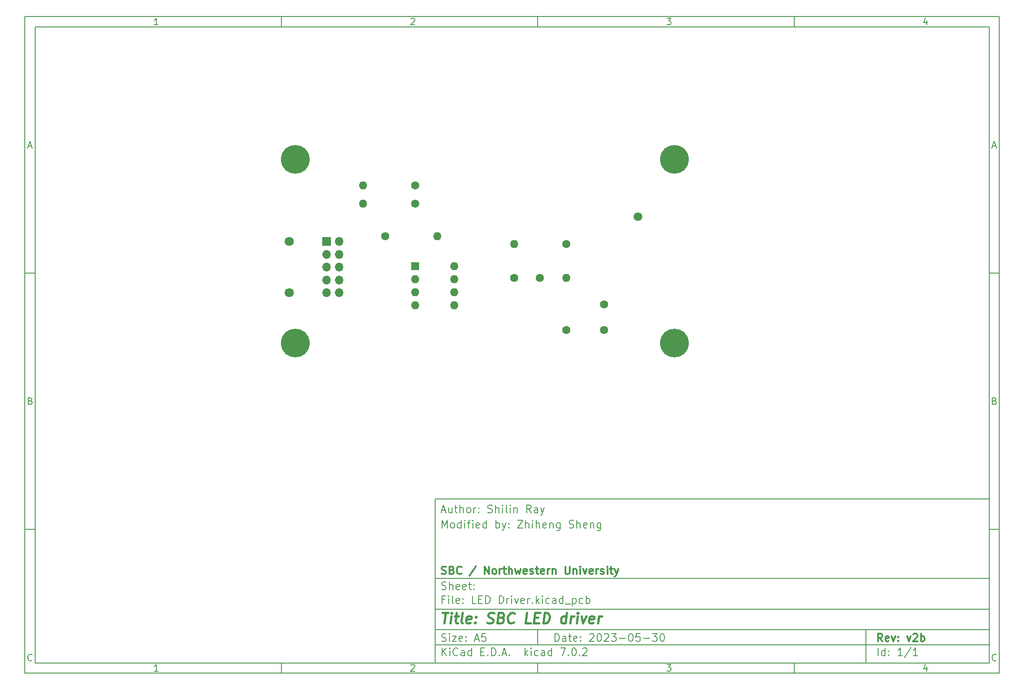
<source format=gbs>
%TF.GenerationSoftware,KiCad,Pcbnew,7.0.2*%
%TF.CreationDate,2023-05-31T10:27:28-05:00*%
%TF.ProjectId,LED Driver,4c454420-4472-4697-9665-722e6b696361,v2b*%
%TF.SameCoordinates,Original*%
%TF.FileFunction,Soldermask,Bot*%
%TF.FilePolarity,Negative*%
%FSLAX46Y46*%
G04 Gerber Fmt 4.6, Leading zero omitted, Abs format (unit mm)*
G04 Created by KiCad (PCBNEW 7.0.2) date 2023-05-31 10:27:28*
%MOMM*%
%LPD*%
G01*
G04 APERTURE LIST*
%ADD10C,0.100000*%
%ADD11C,0.150000*%
%ADD12C,0.300000*%
%ADD13C,0.400000*%
%ADD14C,1.800000*%
%ADD15R,1.700000X1.700000*%
%ADD16O,1.700000X1.700000*%
%ADD17C,1.600000*%
%ADD18O,1.600000X1.600000*%
%ADD19C,5.600000*%
%ADD20R,1.600000X1.600000*%
%ADD21C,1.700000*%
G04 APERTURE END LIST*
D10*
D11*
X90007200Y-104005800D02*
X198007200Y-104005800D01*
X198007200Y-136005800D01*
X90007200Y-136005800D01*
X90007200Y-104005800D01*
D10*
D11*
X10000000Y-10000000D02*
X200007200Y-10000000D01*
X200007200Y-138005800D01*
X10000000Y-138005800D01*
X10000000Y-10000000D01*
D10*
D11*
X12000000Y-12000000D02*
X198007200Y-12000000D01*
X198007200Y-136005800D01*
X12000000Y-136005800D01*
X12000000Y-12000000D01*
D10*
D11*
X60000000Y-12000000D02*
X60000000Y-10000000D01*
D10*
D11*
X110000000Y-12000000D02*
X110000000Y-10000000D01*
D10*
D11*
X160000000Y-12000000D02*
X160000000Y-10000000D01*
D10*
D11*
X35990476Y-11601404D02*
X35247619Y-11601404D01*
X35619047Y-11601404D02*
X35619047Y-10301404D01*
X35619047Y-10301404D02*
X35495238Y-10487119D01*
X35495238Y-10487119D02*
X35371428Y-10610928D01*
X35371428Y-10610928D02*
X35247619Y-10672833D01*
D10*
D11*
X85247619Y-10425214D02*
X85309523Y-10363309D01*
X85309523Y-10363309D02*
X85433333Y-10301404D01*
X85433333Y-10301404D02*
X85742857Y-10301404D01*
X85742857Y-10301404D02*
X85866666Y-10363309D01*
X85866666Y-10363309D02*
X85928571Y-10425214D01*
X85928571Y-10425214D02*
X85990476Y-10549023D01*
X85990476Y-10549023D02*
X85990476Y-10672833D01*
X85990476Y-10672833D02*
X85928571Y-10858547D01*
X85928571Y-10858547D02*
X85185714Y-11601404D01*
X85185714Y-11601404D02*
X85990476Y-11601404D01*
D10*
D11*
X135185714Y-10301404D02*
X135990476Y-10301404D01*
X135990476Y-10301404D02*
X135557142Y-10796642D01*
X135557142Y-10796642D02*
X135742857Y-10796642D01*
X135742857Y-10796642D02*
X135866666Y-10858547D01*
X135866666Y-10858547D02*
X135928571Y-10920452D01*
X135928571Y-10920452D02*
X135990476Y-11044261D01*
X135990476Y-11044261D02*
X135990476Y-11353785D01*
X135990476Y-11353785D02*
X135928571Y-11477595D01*
X135928571Y-11477595D02*
X135866666Y-11539500D01*
X135866666Y-11539500D02*
X135742857Y-11601404D01*
X135742857Y-11601404D02*
X135371428Y-11601404D01*
X135371428Y-11601404D02*
X135247619Y-11539500D01*
X135247619Y-11539500D02*
X135185714Y-11477595D01*
D10*
D11*
X185866666Y-10734738D02*
X185866666Y-11601404D01*
X185557142Y-10239500D02*
X185247619Y-11168071D01*
X185247619Y-11168071D02*
X186052380Y-11168071D01*
D10*
D11*
X60000000Y-136005800D02*
X60000000Y-138005800D01*
D10*
D11*
X110000000Y-136005800D02*
X110000000Y-138005800D01*
D10*
D11*
X160000000Y-136005800D02*
X160000000Y-138005800D01*
D10*
D11*
X35990476Y-137607204D02*
X35247619Y-137607204D01*
X35619047Y-137607204D02*
X35619047Y-136307204D01*
X35619047Y-136307204D02*
X35495238Y-136492919D01*
X35495238Y-136492919D02*
X35371428Y-136616728D01*
X35371428Y-136616728D02*
X35247619Y-136678633D01*
D10*
D11*
X85247619Y-136431014D02*
X85309523Y-136369109D01*
X85309523Y-136369109D02*
X85433333Y-136307204D01*
X85433333Y-136307204D02*
X85742857Y-136307204D01*
X85742857Y-136307204D02*
X85866666Y-136369109D01*
X85866666Y-136369109D02*
X85928571Y-136431014D01*
X85928571Y-136431014D02*
X85990476Y-136554823D01*
X85990476Y-136554823D02*
X85990476Y-136678633D01*
X85990476Y-136678633D02*
X85928571Y-136864347D01*
X85928571Y-136864347D02*
X85185714Y-137607204D01*
X85185714Y-137607204D02*
X85990476Y-137607204D01*
D10*
D11*
X135185714Y-136307204D02*
X135990476Y-136307204D01*
X135990476Y-136307204D02*
X135557142Y-136802442D01*
X135557142Y-136802442D02*
X135742857Y-136802442D01*
X135742857Y-136802442D02*
X135866666Y-136864347D01*
X135866666Y-136864347D02*
X135928571Y-136926252D01*
X135928571Y-136926252D02*
X135990476Y-137050061D01*
X135990476Y-137050061D02*
X135990476Y-137359585D01*
X135990476Y-137359585D02*
X135928571Y-137483395D01*
X135928571Y-137483395D02*
X135866666Y-137545300D01*
X135866666Y-137545300D02*
X135742857Y-137607204D01*
X135742857Y-137607204D02*
X135371428Y-137607204D01*
X135371428Y-137607204D02*
X135247619Y-137545300D01*
X135247619Y-137545300D02*
X135185714Y-137483395D01*
D10*
D11*
X185866666Y-136740538D02*
X185866666Y-137607204D01*
X185557142Y-136245300D02*
X185247619Y-137173871D01*
X185247619Y-137173871D02*
X186052380Y-137173871D01*
D10*
D11*
X10000000Y-60000000D02*
X12000000Y-60000000D01*
D10*
D11*
X10000000Y-110000000D02*
X12000000Y-110000000D01*
D10*
D11*
X10690476Y-35229976D02*
X11309523Y-35229976D01*
X10566666Y-35601404D02*
X10999999Y-34301404D01*
X10999999Y-34301404D02*
X11433333Y-35601404D01*
D10*
D11*
X11092857Y-84920452D02*
X11278571Y-84982357D01*
X11278571Y-84982357D02*
X11340476Y-85044261D01*
X11340476Y-85044261D02*
X11402380Y-85168071D01*
X11402380Y-85168071D02*
X11402380Y-85353785D01*
X11402380Y-85353785D02*
X11340476Y-85477595D01*
X11340476Y-85477595D02*
X11278571Y-85539500D01*
X11278571Y-85539500D02*
X11154761Y-85601404D01*
X11154761Y-85601404D02*
X10659523Y-85601404D01*
X10659523Y-85601404D02*
X10659523Y-84301404D01*
X10659523Y-84301404D02*
X11092857Y-84301404D01*
X11092857Y-84301404D02*
X11216666Y-84363309D01*
X11216666Y-84363309D02*
X11278571Y-84425214D01*
X11278571Y-84425214D02*
X11340476Y-84549023D01*
X11340476Y-84549023D02*
X11340476Y-84672833D01*
X11340476Y-84672833D02*
X11278571Y-84796642D01*
X11278571Y-84796642D02*
X11216666Y-84858547D01*
X11216666Y-84858547D02*
X11092857Y-84920452D01*
X11092857Y-84920452D02*
X10659523Y-84920452D01*
D10*
D11*
X11402380Y-135477595D02*
X11340476Y-135539500D01*
X11340476Y-135539500D02*
X11154761Y-135601404D01*
X11154761Y-135601404D02*
X11030952Y-135601404D01*
X11030952Y-135601404D02*
X10845238Y-135539500D01*
X10845238Y-135539500D02*
X10721428Y-135415690D01*
X10721428Y-135415690D02*
X10659523Y-135291880D01*
X10659523Y-135291880D02*
X10597619Y-135044261D01*
X10597619Y-135044261D02*
X10597619Y-134858547D01*
X10597619Y-134858547D02*
X10659523Y-134610928D01*
X10659523Y-134610928D02*
X10721428Y-134487119D01*
X10721428Y-134487119D02*
X10845238Y-134363309D01*
X10845238Y-134363309D02*
X11030952Y-134301404D01*
X11030952Y-134301404D02*
X11154761Y-134301404D01*
X11154761Y-134301404D02*
X11340476Y-134363309D01*
X11340476Y-134363309D02*
X11402380Y-134425214D01*
D10*
D11*
X200007200Y-60000000D02*
X198007200Y-60000000D01*
D10*
D11*
X200007200Y-110000000D02*
X198007200Y-110000000D01*
D10*
D11*
X198697676Y-35229976D02*
X199316723Y-35229976D01*
X198573866Y-35601404D02*
X199007199Y-34301404D01*
X199007199Y-34301404D02*
X199440533Y-35601404D01*
D10*
D11*
X199100057Y-84920452D02*
X199285771Y-84982357D01*
X199285771Y-84982357D02*
X199347676Y-85044261D01*
X199347676Y-85044261D02*
X199409580Y-85168071D01*
X199409580Y-85168071D02*
X199409580Y-85353785D01*
X199409580Y-85353785D02*
X199347676Y-85477595D01*
X199347676Y-85477595D02*
X199285771Y-85539500D01*
X199285771Y-85539500D02*
X199161961Y-85601404D01*
X199161961Y-85601404D02*
X198666723Y-85601404D01*
X198666723Y-85601404D02*
X198666723Y-84301404D01*
X198666723Y-84301404D02*
X199100057Y-84301404D01*
X199100057Y-84301404D02*
X199223866Y-84363309D01*
X199223866Y-84363309D02*
X199285771Y-84425214D01*
X199285771Y-84425214D02*
X199347676Y-84549023D01*
X199347676Y-84549023D02*
X199347676Y-84672833D01*
X199347676Y-84672833D02*
X199285771Y-84796642D01*
X199285771Y-84796642D02*
X199223866Y-84858547D01*
X199223866Y-84858547D02*
X199100057Y-84920452D01*
X199100057Y-84920452D02*
X198666723Y-84920452D01*
D10*
D11*
X199409580Y-135477595D02*
X199347676Y-135539500D01*
X199347676Y-135539500D02*
X199161961Y-135601404D01*
X199161961Y-135601404D02*
X199038152Y-135601404D01*
X199038152Y-135601404D02*
X198852438Y-135539500D01*
X198852438Y-135539500D02*
X198728628Y-135415690D01*
X198728628Y-135415690D02*
X198666723Y-135291880D01*
X198666723Y-135291880D02*
X198604819Y-135044261D01*
X198604819Y-135044261D02*
X198604819Y-134858547D01*
X198604819Y-134858547D02*
X198666723Y-134610928D01*
X198666723Y-134610928D02*
X198728628Y-134487119D01*
X198728628Y-134487119D02*
X198852438Y-134363309D01*
X198852438Y-134363309D02*
X199038152Y-134301404D01*
X199038152Y-134301404D02*
X199161961Y-134301404D01*
X199161961Y-134301404D02*
X199347676Y-134363309D01*
X199347676Y-134363309D02*
X199409580Y-134425214D01*
D10*
D11*
X113364342Y-131799728D02*
X113364342Y-130299728D01*
X113364342Y-130299728D02*
X113721485Y-130299728D01*
X113721485Y-130299728D02*
X113935771Y-130371157D01*
X113935771Y-130371157D02*
X114078628Y-130514014D01*
X114078628Y-130514014D02*
X114150057Y-130656871D01*
X114150057Y-130656871D02*
X114221485Y-130942585D01*
X114221485Y-130942585D02*
X114221485Y-131156871D01*
X114221485Y-131156871D02*
X114150057Y-131442585D01*
X114150057Y-131442585D02*
X114078628Y-131585442D01*
X114078628Y-131585442D02*
X113935771Y-131728300D01*
X113935771Y-131728300D02*
X113721485Y-131799728D01*
X113721485Y-131799728D02*
X113364342Y-131799728D01*
X115507200Y-131799728D02*
X115507200Y-131014014D01*
X115507200Y-131014014D02*
X115435771Y-130871157D01*
X115435771Y-130871157D02*
X115292914Y-130799728D01*
X115292914Y-130799728D02*
X115007200Y-130799728D01*
X115007200Y-130799728D02*
X114864342Y-130871157D01*
X115507200Y-131728300D02*
X115364342Y-131799728D01*
X115364342Y-131799728D02*
X115007200Y-131799728D01*
X115007200Y-131799728D02*
X114864342Y-131728300D01*
X114864342Y-131728300D02*
X114792914Y-131585442D01*
X114792914Y-131585442D02*
X114792914Y-131442585D01*
X114792914Y-131442585D02*
X114864342Y-131299728D01*
X114864342Y-131299728D02*
X115007200Y-131228300D01*
X115007200Y-131228300D02*
X115364342Y-131228300D01*
X115364342Y-131228300D02*
X115507200Y-131156871D01*
X116007200Y-130799728D02*
X116578628Y-130799728D01*
X116221485Y-130299728D02*
X116221485Y-131585442D01*
X116221485Y-131585442D02*
X116292914Y-131728300D01*
X116292914Y-131728300D02*
X116435771Y-131799728D01*
X116435771Y-131799728D02*
X116578628Y-131799728D01*
X117650057Y-131728300D02*
X117507200Y-131799728D01*
X117507200Y-131799728D02*
X117221486Y-131799728D01*
X117221486Y-131799728D02*
X117078628Y-131728300D01*
X117078628Y-131728300D02*
X117007200Y-131585442D01*
X117007200Y-131585442D02*
X117007200Y-131014014D01*
X117007200Y-131014014D02*
X117078628Y-130871157D01*
X117078628Y-130871157D02*
X117221486Y-130799728D01*
X117221486Y-130799728D02*
X117507200Y-130799728D01*
X117507200Y-130799728D02*
X117650057Y-130871157D01*
X117650057Y-130871157D02*
X117721486Y-131014014D01*
X117721486Y-131014014D02*
X117721486Y-131156871D01*
X117721486Y-131156871D02*
X117007200Y-131299728D01*
X118364342Y-131656871D02*
X118435771Y-131728300D01*
X118435771Y-131728300D02*
X118364342Y-131799728D01*
X118364342Y-131799728D02*
X118292914Y-131728300D01*
X118292914Y-131728300D02*
X118364342Y-131656871D01*
X118364342Y-131656871D02*
X118364342Y-131799728D01*
X118364342Y-130871157D02*
X118435771Y-130942585D01*
X118435771Y-130942585D02*
X118364342Y-131014014D01*
X118364342Y-131014014D02*
X118292914Y-130942585D01*
X118292914Y-130942585D02*
X118364342Y-130871157D01*
X118364342Y-130871157D02*
X118364342Y-131014014D01*
X120150057Y-130442585D02*
X120221485Y-130371157D01*
X120221485Y-130371157D02*
X120364343Y-130299728D01*
X120364343Y-130299728D02*
X120721485Y-130299728D01*
X120721485Y-130299728D02*
X120864343Y-130371157D01*
X120864343Y-130371157D02*
X120935771Y-130442585D01*
X120935771Y-130442585D02*
X121007200Y-130585442D01*
X121007200Y-130585442D02*
X121007200Y-130728300D01*
X121007200Y-130728300D02*
X120935771Y-130942585D01*
X120935771Y-130942585D02*
X120078628Y-131799728D01*
X120078628Y-131799728D02*
X121007200Y-131799728D01*
X121935771Y-130299728D02*
X122078628Y-130299728D01*
X122078628Y-130299728D02*
X122221485Y-130371157D01*
X122221485Y-130371157D02*
X122292914Y-130442585D01*
X122292914Y-130442585D02*
X122364342Y-130585442D01*
X122364342Y-130585442D02*
X122435771Y-130871157D01*
X122435771Y-130871157D02*
X122435771Y-131228300D01*
X122435771Y-131228300D02*
X122364342Y-131514014D01*
X122364342Y-131514014D02*
X122292914Y-131656871D01*
X122292914Y-131656871D02*
X122221485Y-131728300D01*
X122221485Y-131728300D02*
X122078628Y-131799728D01*
X122078628Y-131799728D02*
X121935771Y-131799728D01*
X121935771Y-131799728D02*
X121792914Y-131728300D01*
X121792914Y-131728300D02*
X121721485Y-131656871D01*
X121721485Y-131656871D02*
X121650056Y-131514014D01*
X121650056Y-131514014D02*
X121578628Y-131228300D01*
X121578628Y-131228300D02*
X121578628Y-130871157D01*
X121578628Y-130871157D02*
X121650056Y-130585442D01*
X121650056Y-130585442D02*
X121721485Y-130442585D01*
X121721485Y-130442585D02*
X121792914Y-130371157D01*
X121792914Y-130371157D02*
X121935771Y-130299728D01*
X123007199Y-130442585D02*
X123078627Y-130371157D01*
X123078627Y-130371157D02*
X123221485Y-130299728D01*
X123221485Y-130299728D02*
X123578627Y-130299728D01*
X123578627Y-130299728D02*
X123721485Y-130371157D01*
X123721485Y-130371157D02*
X123792913Y-130442585D01*
X123792913Y-130442585D02*
X123864342Y-130585442D01*
X123864342Y-130585442D02*
X123864342Y-130728300D01*
X123864342Y-130728300D02*
X123792913Y-130942585D01*
X123792913Y-130942585D02*
X122935770Y-131799728D01*
X122935770Y-131799728D02*
X123864342Y-131799728D01*
X124364341Y-130299728D02*
X125292913Y-130299728D01*
X125292913Y-130299728D02*
X124792913Y-130871157D01*
X124792913Y-130871157D02*
X125007198Y-130871157D01*
X125007198Y-130871157D02*
X125150056Y-130942585D01*
X125150056Y-130942585D02*
X125221484Y-131014014D01*
X125221484Y-131014014D02*
X125292913Y-131156871D01*
X125292913Y-131156871D02*
X125292913Y-131514014D01*
X125292913Y-131514014D02*
X125221484Y-131656871D01*
X125221484Y-131656871D02*
X125150056Y-131728300D01*
X125150056Y-131728300D02*
X125007198Y-131799728D01*
X125007198Y-131799728D02*
X124578627Y-131799728D01*
X124578627Y-131799728D02*
X124435770Y-131728300D01*
X124435770Y-131728300D02*
X124364341Y-131656871D01*
X125935769Y-131228300D02*
X127078627Y-131228300D01*
X128078627Y-130299728D02*
X128221484Y-130299728D01*
X128221484Y-130299728D02*
X128364341Y-130371157D01*
X128364341Y-130371157D02*
X128435770Y-130442585D01*
X128435770Y-130442585D02*
X128507198Y-130585442D01*
X128507198Y-130585442D02*
X128578627Y-130871157D01*
X128578627Y-130871157D02*
X128578627Y-131228300D01*
X128578627Y-131228300D02*
X128507198Y-131514014D01*
X128507198Y-131514014D02*
X128435770Y-131656871D01*
X128435770Y-131656871D02*
X128364341Y-131728300D01*
X128364341Y-131728300D02*
X128221484Y-131799728D01*
X128221484Y-131799728D02*
X128078627Y-131799728D01*
X128078627Y-131799728D02*
X127935770Y-131728300D01*
X127935770Y-131728300D02*
X127864341Y-131656871D01*
X127864341Y-131656871D02*
X127792912Y-131514014D01*
X127792912Y-131514014D02*
X127721484Y-131228300D01*
X127721484Y-131228300D02*
X127721484Y-130871157D01*
X127721484Y-130871157D02*
X127792912Y-130585442D01*
X127792912Y-130585442D02*
X127864341Y-130442585D01*
X127864341Y-130442585D02*
X127935770Y-130371157D01*
X127935770Y-130371157D02*
X128078627Y-130299728D01*
X129935769Y-130299728D02*
X129221483Y-130299728D01*
X129221483Y-130299728D02*
X129150055Y-131014014D01*
X129150055Y-131014014D02*
X129221483Y-130942585D01*
X129221483Y-130942585D02*
X129364341Y-130871157D01*
X129364341Y-130871157D02*
X129721483Y-130871157D01*
X129721483Y-130871157D02*
X129864341Y-130942585D01*
X129864341Y-130942585D02*
X129935769Y-131014014D01*
X129935769Y-131014014D02*
X130007198Y-131156871D01*
X130007198Y-131156871D02*
X130007198Y-131514014D01*
X130007198Y-131514014D02*
X129935769Y-131656871D01*
X129935769Y-131656871D02*
X129864341Y-131728300D01*
X129864341Y-131728300D02*
X129721483Y-131799728D01*
X129721483Y-131799728D02*
X129364341Y-131799728D01*
X129364341Y-131799728D02*
X129221483Y-131728300D01*
X129221483Y-131728300D02*
X129150055Y-131656871D01*
X130650054Y-131228300D02*
X131792912Y-131228300D01*
X132364340Y-130299728D02*
X133292912Y-130299728D01*
X133292912Y-130299728D02*
X132792912Y-130871157D01*
X132792912Y-130871157D02*
X133007197Y-130871157D01*
X133007197Y-130871157D02*
X133150055Y-130942585D01*
X133150055Y-130942585D02*
X133221483Y-131014014D01*
X133221483Y-131014014D02*
X133292912Y-131156871D01*
X133292912Y-131156871D02*
X133292912Y-131514014D01*
X133292912Y-131514014D02*
X133221483Y-131656871D01*
X133221483Y-131656871D02*
X133150055Y-131728300D01*
X133150055Y-131728300D02*
X133007197Y-131799728D01*
X133007197Y-131799728D02*
X132578626Y-131799728D01*
X132578626Y-131799728D02*
X132435769Y-131728300D01*
X132435769Y-131728300D02*
X132364340Y-131656871D01*
X134221483Y-130299728D02*
X134364340Y-130299728D01*
X134364340Y-130299728D02*
X134507197Y-130371157D01*
X134507197Y-130371157D02*
X134578626Y-130442585D01*
X134578626Y-130442585D02*
X134650054Y-130585442D01*
X134650054Y-130585442D02*
X134721483Y-130871157D01*
X134721483Y-130871157D02*
X134721483Y-131228300D01*
X134721483Y-131228300D02*
X134650054Y-131514014D01*
X134650054Y-131514014D02*
X134578626Y-131656871D01*
X134578626Y-131656871D02*
X134507197Y-131728300D01*
X134507197Y-131728300D02*
X134364340Y-131799728D01*
X134364340Y-131799728D02*
X134221483Y-131799728D01*
X134221483Y-131799728D02*
X134078626Y-131728300D01*
X134078626Y-131728300D02*
X134007197Y-131656871D01*
X134007197Y-131656871D02*
X133935768Y-131514014D01*
X133935768Y-131514014D02*
X133864340Y-131228300D01*
X133864340Y-131228300D02*
X133864340Y-130871157D01*
X133864340Y-130871157D02*
X133935768Y-130585442D01*
X133935768Y-130585442D02*
X134007197Y-130442585D01*
X134007197Y-130442585D02*
X134078626Y-130371157D01*
X134078626Y-130371157D02*
X134221483Y-130299728D01*
D10*
D11*
X90007200Y-132505800D02*
X198007200Y-132505800D01*
D10*
D11*
X91364342Y-134599728D02*
X91364342Y-133099728D01*
X92221485Y-134599728D02*
X91578628Y-133742585D01*
X92221485Y-133099728D02*
X91364342Y-133956871D01*
X92864342Y-134599728D02*
X92864342Y-133599728D01*
X92864342Y-133099728D02*
X92792914Y-133171157D01*
X92792914Y-133171157D02*
X92864342Y-133242585D01*
X92864342Y-133242585D02*
X92935771Y-133171157D01*
X92935771Y-133171157D02*
X92864342Y-133099728D01*
X92864342Y-133099728D02*
X92864342Y-133242585D01*
X94435771Y-134456871D02*
X94364343Y-134528300D01*
X94364343Y-134528300D02*
X94150057Y-134599728D01*
X94150057Y-134599728D02*
X94007200Y-134599728D01*
X94007200Y-134599728D02*
X93792914Y-134528300D01*
X93792914Y-134528300D02*
X93650057Y-134385442D01*
X93650057Y-134385442D02*
X93578628Y-134242585D01*
X93578628Y-134242585D02*
X93507200Y-133956871D01*
X93507200Y-133956871D02*
X93507200Y-133742585D01*
X93507200Y-133742585D02*
X93578628Y-133456871D01*
X93578628Y-133456871D02*
X93650057Y-133314014D01*
X93650057Y-133314014D02*
X93792914Y-133171157D01*
X93792914Y-133171157D02*
X94007200Y-133099728D01*
X94007200Y-133099728D02*
X94150057Y-133099728D01*
X94150057Y-133099728D02*
X94364343Y-133171157D01*
X94364343Y-133171157D02*
X94435771Y-133242585D01*
X95721486Y-134599728D02*
X95721486Y-133814014D01*
X95721486Y-133814014D02*
X95650057Y-133671157D01*
X95650057Y-133671157D02*
X95507200Y-133599728D01*
X95507200Y-133599728D02*
X95221486Y-133599728D01*
X95221486Y-133599728D02*
X95078628Y-133671157D01*
X95721486Y-134528300D02*
X95578628Y-134599728D01*
X95578628Y-134599728D02*
X95221486Y-134599728D01*
X95221486Y-134599728D02*
X95078628Y-134528300D01*
X95078628Y-134528300D02*
X95007200Y-134385442D01*
X95007200Y-134385442D02*
X95007200Y-134242585D01*
X95007200Y-134242585D02*
X95078628Y-134099728D01*
X95078628Y-134099728D02*
X95221486Y-134028300D01*
X95221486Y-134028300D02*
X95578628Y-134028300D01*
X95578628Y-134028300D02*
X95721486Y-133956871D01*
X97078629Y-134599728D02*
X97078629Y-133099728D01*
X97078629Y-134528300D02*
X96935771Y-134599728D01*
X96935771Y-134599728D02*
X96650057Y-134599728D01*
X96650057Y-134599728D02*
X96507200Y-134528300D01*
X96507200Y-134528300D02*
X96435771Y-134456871D01*
X96435771Y-134456871D02*
X96364343Y-134314014D01*
X96364343Y-134314014D02*
X96364343Y-133885442D01*
X96364343Y-133885442D02*
X96435771Y-133742585D01*
X96435771Y-133742585D02*
X96507200Y-133671157D01*
X96507200Y-133671157D02*
X96650057Y-133599728D01*
X96650057Y-133599728D02*
X96935771Y-133599728D01*
X96935771Y-133599728D02*
X97078629Y-133671157D01*
X98935771Y-133814014D02*
X99435771Y-133814014D01*
X99650057Y-134599728D02*
X98935771Y-134599728D01*
X98935771Y-134599728D02*
X98935771Y-133099728D01*
X98935771Y-133099728D02*
X99650057Y-133099728D01*
X100292914Y-134456871D02*
X100364343Y-134528300D01*
X100364343Y-134528300D02*
X100292914Y-134599728D01*
X100292914Y-134599728D02*
X100221486Y-134528300D01*
X100221486Y-134528300D02*
X100292914Y-134456871D01*
X100292914Y-134456871D02*
X100292914Y-134599728D01*
X101007200Y-134599728D02*
X101007200Y-133099728D01*
X101007200Y-133099728D02*
X101364343Y-133099728D01*
X101364343Y-133099728D02*
X101578629Y-133171157D01*
X101578629Y-133171157D02*
X101721486Y-133314014D01*
X101721486Y-133314014D02*
X101792915Y-133456871D01*
X101792915Y-133456871D02*
X101864343Y-133742585D01*
X101864343Y-133742585D02*
X101864343Y-133956871D01*
X101864343Y-133956871D02*
X101792915Y-134242585D01*
X101792915Y-134242585D02*
X101721486Y-134385442D01*
X101721486Y-134385442D02*
X101578629Y-134528300D01*
X101578629Y-134528300D02*
X101364343Y-134599728D01*
X101364343Y-134599728D02*
X101007200Y-134599728D01*
X102507200Y-134456871D02*
X102578629Y-134528300D01*
X102578629Y-134528300D02*
X102507200Y-134599728D01*
X102507200Y-134599728D02*
X102435772Y-134528300D01*
X102435772Y-134528300D02*
X102507200Y-134456871D01*
X102507200Y-134456871D02*
X102507200Y-134599728D01*
X103150058Y-134171157D02*
X103864344Y-134171157D01*
X103007201Y-134599728D02*
X103507201Y-133099728D01*
X103507201Y-133099728D02*
X104007201Y-134599728D01*
X104507200Y-134456871D02*
X104578629Y-134528300D01*
X104578629Y-134528300D02*
X104507200Y-134599728D01*
X104507200Y-134599728D02*
X104435772Y-134528300D01*
X104435772Y-134528300D02*
X104507200Y-134456871D01*
X104507200Y-134456871D02*
X104507200Y-134599728D01*
X107507200Y-134599728D02*
X107507200Y-133099728D01*
X107650058Y-134028300D02*
X108078629Y-134599728D01*
X108078629Y-133599728D02*
X107507200Y-134171157D01*
X108721486Y-134599728D02*
X108721486Y-133599728D01*
X108721486Y-133099728D02*
X108650058Y-133171157D01*
X108650058Y-133171157D02*
X108721486Y-133242585D01*
X108721486Y-133242585D02*
X108792915Y-133171157D01*
X108792915Y-133171157D02*
X108721486Y-133099728D01*
X108721486Y-133099728D02*
X108721486Y-133242585D01*
X110078630Y-134528300D02*
X109935772Y-134599728D01*
X109935772Y-134599728D02*
X109650058Y-134599728D01*
X109650058Y-134599728D02*
X109507201Y-134528300D01*
X109507201Y-134528300D02*
X109435772Y-134456871D01*
X109435772Y-134456871D02*
X109364344Y-134314014D01*
X109364344Y-134314014D02*
X109364344Y-133885442D01*
X109364344Y-133885442D02*
X109435772Y-133742585D01*
X109435772Y-133742585D02*
X109507201Y-133671157D01*
X109507201Y-133671157D02*
X109650058Y-133599728D01*
X109650058Y-133599728D02*
X109935772Y-133599728D01*
X109935772Y-133599728D02*
X110078630Y-133671157D01*
X111364344Y-134599728D02*
X111364344Y-133814014D01*
X111364344Y-133814014D02*
X111292915Y-133671157D01*
X111292915Y-133671157D02*
X111150058Y-133599728D01*
X111150058Y-133599728D02*
X110864344Y-133599728D01*
X110864344Y-133599728D02*
X110721486Y-133671157D01*
X111364344Y-134528300D02*
X111221486Y-134599728D01*
X111221486Y-134599728D02*
X110864344Y-134599728D01*
X110864344Y-134599728D02*
X110721486Y-134528300D01*
X110721486Y-134528300D02*
X110650058Y-134385442D01*
X110650058Y-134385442D02*
X110650058Y-134242585D01*
X110650058Y-134242585D02*
X110721486Y-134099728D01*
X110721486Y-134099728D02*
X110864344Y-134028300D01*
X110864344Y-134028300D02*
X111221486Y-134028300D01*
X111221486Y-134028300D02*
X111364344Y-133956871D01*
X112721487Y-134599728D02*
X112721487Y-133099728D01*
X112721487Y-134528300D02*
X112578629Y-134599728D01*
X112578629Y-134599728D02*
X112292915Y-134599728D01*
X112292915Y-134599728D02*
X112150058Y-134528300D01*
X112150058Y-134528300D02*
X112078629Y-134456871D01*
X112078629Y-134456871D02*
X112007201Y-134314014D01*
X112007201Y-134314014D02*
X112007201Y-133885442D01*
X112007201Y-133885442D02*
X112078629Y-133742585D01*
X112078629Y-133742585D02*
X112150058Y-133671157D01*
X112150058Y-133671157D02*
X112292915Y-133599728D01*
X112292915Y-133599728D02*
X112578629Y-133599728D01*
X112578629Y-133599728D02*
X112721487Y-133671157D01*
X114435772Y-133099728D02*
X115435772Y-133099728D01*
X115435772Y-133099728D02*
X114792915Y-134599728D01*
X116007200Y-134456871D02*
X116078629Y-134528300D01*
X116078629Y-134528300D02*
X116007200Y-134599728D01*
X116007200Y-134599728D02*
X115935772Y-134528300D01*
X115935772Y-134528300D02*
X116007200Y-134456871D01*
X116007200Y-134456871D02*
X116007200Y-134599728D01*
X117007201Y-133099728D02*
X117150058Y-133099728D01*
X117150058Y-133099728D02*
X117292915Y-133171157D01*
X117292915Y-133171157D02*
X117364344Y-133242585D01*
X117364344Y-133242585D02*
X117435772Y-133385442D01*
X117435772Y-133385442D02*
X117507201Y-133671157D01*
X117507201Y-133671157D02*
X117507201Y-134028300D01*
X117507201Y-134028300D02*
X117435772Y-134314014D01*
X117435772Y-134314014D02*
X117364344Y-134456871D01*
X117364344Y-134456871D02*
X117292915Y-134528300D01*
X117292915Y-134528300D02*
X117150058Y-134599728D01*
X117150058Y-134599728D02*
X117007201Y-134599728D01*
X117007201Y-134599728D02*
X116864344Y-134528300D01*
X116864344Y-134528300D02*
X116792915Y-134456871D01*
X116792915Y-134456871D02*
X116721486Y-134314014D01*
X116721486Y-134314014D02*
X116650058Y-134028300D01*
X116650058Y-134028300D02*
X116650058Y-133671157D01*
X116650058Y-133671157D02*
X116721486Y-133385442D01*
X116721486Y-133385442D02*
X116792915Y-133242585D01*
X116792915Y-133242585D02*
X116864344Y-133171157D01*
X116864344Y-133171157D02*
X117007201Y-133099728D01*
X118150057Y-134456871D02*
X118221486Y-134528300D01*
X118221486Y-134528300D02*
X118150057Y-134599728D01*
X118150057Y-134599728D02*
X118078629Y-134528300D01*
X118078629Y-134528300D02*
X118150057Y-134456871D01*
X118150057Y-134456871D02*
X118150057Y-134599728D01*
X118792915Y-133242585D02*
X118864343Y-133171157D01*
X118864343Y-133171157D02*
X119007201Y-133099728D01*
X119007201Y-133099728D02*
X119364343Y-133099728D01*
X119364343Y-133099728D02*
X119507201Y-133171157D01*
X119507201Y-133171157D02*
X119578629Y-133242585D01*
X119578629Y-133242585D02*
X119650058Y-133385442D01*
X119650058Y-133385442D02*
X119650058Y-133528300D01*
X119650058Y-133528300D02*
X119578629Y-133742585D01*
X119578629Y-133742585D02*
X118721486Y-134599728D01*
X118721486Y-134599728D02*
X119650058Y-134599728D01*
D10*
D11*
X90007200Y-129505800D02*
X198007200Y-129505800D01*
D10*
D12*
X177221485Y-131799728D02*
X176721485Y-131085442D01*
X176364342Y-131799728D02*
X176364342Y-130299728D01*
X176364342Y-130299728D02*
X176935771Y-130299728D01*
X176935771Y-130299728D02*
X177078628Y-130371157D01*
X177078628Y-130371157D02*
X177150057Y-130442585D01*
X177150057Y-130442585D02*
X177221485Y-130585442D01*
X177221485Y-130585442D02*
X177221485Y-130799728D01*
X177221485Y-130799728D02*
X177150057Y-130942585D01*
X177150057Y-130942585D02*
X177078628Y-131014014D01*
X177078628Y-131014014D02*
X176935771Y-131085442D01*
X176935771Y-131085442D02*
X176364342Y-131085442D01*
X178435771Y-131728300D02*
X178292914Y-131799728D01*
X178292914Y-131799728D02*
X178007200Y-131799728D01*
X178007200Y-131799728D02*
X177864342Y-131728300D01*
X177864342Y-131728300D02*
X177792914Y-131585442D01*
X177792914Y-131585442D02*
X177792914Y-131014014D01*
X177792914Y-131014014D02*
X177864342Y-130871157D01*
X177864342Y-130871157D02*
X178007200Y-130799728D01*
X178007200Y-130799728D02*
X178292914Y-130799728D01*
X178292914Y-130799728D02*
X178435771Y-130871157D01*
X178435771Y-130871157D02*
X178507200Y-131014014D01*
X178507200Y-131014014D02*
X178507200Y-131156871D01*
X178507200Y-131156871D02*
X177792914Y-131299728D01*
X179007199Y-130799728D02*
X179364342Y-131799728D01*
X179364342Y-131799728D02*
X179721485Y-130799728D01*
X180292913Y-131656871D02*
X180364342Y-131728300D01*
X180364342Y-131728300D02*
X180292913Y-131799728D01*
X180292913Y-131799728D02*
X180221485Y-131728300D01*
X180221485Y-131728300D02*
X180292913Y-131656871D01*
X180292913Y-131656871D02*
X180292913Y-131799728D01*
X180292913Y-130871157D02*
X180364342Y-130942585D01*
X180364342Y-130942585D02*
X180292913Y-131014014D01*
X180292913Y-131014014D02*
X180221485Y-130942585D01*
X180221485Y-130942585D02*
X180292913Y-130871157D01*
X180292913Y-130871157D02*
X180292913Y-131014014D01*
X182007199Y-130799728D02*
X182364342Y-131799728D01*
X182364342Y-131799728D02*
X182721485Y-130799728D01*
X183221485Y-130442585D02*
X183292913Y-130371157D01*
X183292913Y-130371157D02*
X183435771Y-130299728D01*
X183435771Y-130299728D02*
X183792913Y-130299728D01*
X183792913Y-130299728D02*
X183935771Y-130371157D01*
X183935771Y-130371157D02*
X184007199Y-130442585D01*
X184007199Y-130442585D02*
X184078628Y-130585442D01*
X184078628Y-130585442D02*
X184078628Y-130728300D01*
X184078628Y-130728300D02*
X184007199Y-130942585D01*
X184007199Y-130942585D02*
X183150056Y-131799728D01*
X183150056Y-131799728D02*
X184078628Y-131799728D01*
X184721484Y-131799728D02*
X184721484Y-130299728D01*
X184721484Y-130871157D02*
X184864342Y-130799728D01*
X184864342Y-130799728D02*
X185150056Y-130799728D01*
X185150056Y-130799728D02*
X185292913Y-130871157D01*
X185292913Y-130871157D02*
X185364342Y-130942585D01*
X185364342Y-130942585D02*
X185435770Y-131085442D01*
X185435770Y-131085442D02*
X185435770Y-131514014D01*
X185435770Y-131514014D02*
X185364342Y-131656871D01*
X185364342Y-131656871D02*
X185292913Y-131728300D01*
X185292913Y-131728300D02*
X185150056Y-131799728D01*
X185150056Y-131799728D02*
X184864342Y-131799728D01*
X184864342Y-131799728D02*
X184721484Y-131728300D01*
D10*
D11*
X91292914Y-131728300D02*
X91507200Y-131799728D01*
X91507200Y-131799728D02*
X91864342Y-131799728D01*
X91864342Y-131799728D02*
X92007200Y-131728300D01*
X92007200Y-131728300D02*
X92078628Y-131656871D01*
X92078628Y-131656871D02*
X92150057Y-131514014D01*
X92150057Y-131514014D02*
X92150057Y-131371157D01*
X92150057Y-131371157D02*
X92078628Y-131228300D01*
X92078628Y-131228300D02*
X92007200Y-131156871D01*
X92007200Y-131156871D02*
X91864342Y-131085442D01*
X91864342Y-131085442D02*
X91578628Y-131014014D01*
X91578628Y-131014014D02*
X91435771Y-130942585D01*
X91435771Y-130942585D02*
X91364342Y-130871157D01*
X91364342Y-130871157D02*
X91292914Y-130728300D01*
X91292914Y-130728300D02*
X91292914Y-130585442D01*
X91292914Y-130585442D02*
X91364342Y-130442585D01*
X91364342Y-130442585D02*
X91435771Y-130371157D01*
X91435771Y-130371157D02*
X91578628Y-130299728D01*
X91578628Y-130299728D02*
X91935771Y-130299728D01*
X91935771Y-130299728D02*
X92150057Y-130371157D01*
X92792913Y-131799728D02*
X92792913Y-130799728D01*
X92792913Y-130299728D02*
X92721485Y-130371157D01*
X92721485Y-130371157D02*
X92792913Y-130442585D01*
X92792913Y-130442585D02*
X92864342Y-130371157D01*
X92864342Y-130371157D02*
X92792913Y-130299728D01*
X92792913Y-130299728D02*
X92792913Y-130442585D01*
X93364342Y-130799728D02*
X94150057Y-130799728D01*
X94150057Y-130799728D02*
X93364342Y-131799728D01*
X93364342Y-131799728D02*
X94150057Y-131799728D01*
X95292914Y-131728300D02*
X95150057Y-131799728D01*
X95150057Y-131799728D02*
X94864343Y-131799728D01*
X94864343Y-131799728D02*
X94721485Y-131728300D01*
X94721485Y-131728300D02*
X94650057Y-131585442D01*
X94650057Y-131585442D02*
X94650057Y-131014014D01*
X94650057Y-131014014D02*
X94721485Y-130871157D01*
X94721485Y-130871157D02*
X94864343Y-130799728D01*
X94864343Y-130799728D02*
X95150057Y-130799728D01*
X95150057Y-130799728D02*
X95292914Y-130871157D01*
X95292914Y-130871157D02*
X95364343Y-131014014D01*
X95364343Y-131014014D02*
X95364343Y-131156871D01*
X95364343Y-131156871D02*
X94650057Y-131299728D01*
X96007199Y-131656871D02*
X96078628Y-131728300D01*
X96078628Y-131728300D02*
X96007199Y-131799728D01*
X96007199Y-131799728D02*
X95935771Y-131728300D01*
X95935771Y-131728300D02*
X96007199Y-131656871D01*
X96007199Y-131656871D02*
X96007199Y-131799728D01*
X96007199Y-130871157D02*
X96078628Y-130942585D01*
X96078628Y-130942585D02*
X96007199Y-131014014D01*
X96007199Y-131014014D02*
X95935771Y-130942585D01*
X95935771Y-130942585D02*
X96007199Y-130871157D01*
X96007199Y-130871157D02*
X96007199Y-131014014D01*
X97792914Y-131371157D02*
X98507200Y-131371157D01*
X97650057Y-131799728D02*
X98150057Y-130299728D01*
X98150057Y-130299728D02*
X98650057Y-131799728D01*
X99864342Y-130299728D02*
X99150056Y-130299728D01*
X99150056Y-130299728D02*
X99078628Y-131014014D01*
X99078628Y-131014014D02*
X99150056Y-130942585D01*
X99150056Y-130942585D02*
X99292914Y-130871157D01*
X99292914Y-130871157D02*
X99650056Y-130871157D01*
X99650056Y-130871157D02*
X99792914Y-130942585D01*
X99792914Y-130942585D02*
X99864342Y-131014014D01*
X99864342Y-131014014D02*
X99935771Y-131156871D01*
X99935771Y-131156871D02*
X99935771Y-131514014D01*
X99935771Y-131514014D02*
X99864342Y-131656871D01*
X99864342Y-131656871D02*
X99792914Y-131728300D01*
X99792914Y-131728300D02*
X99650056Y-131799728D01*
X99650056Y-131799728D02*
X99292914Y-131799728D01*
X99292914Y-131799728D02*
X99150056Y-131728300D01*
X99150056Y-131728300D02*
X99078628Y-131656871D01*
D10*
D11*
X176364342Y-134599728D02*
X176364342Y-133099728D01*
X177721486Y-134599728D02*
X177721486Y-133099728D01*
X177721486Y-134528300D02*
X177578628Y-134599728D01*
X177578628Y-134599728D02*
X177292914Y-134599728D01*
X177292914Y-134599728D02*
X177150057Y-134528300D01*
X177150057Y-134528300D02*
X177078628Y-134456871D01*
X177078628Y-134456871D02*
X177007200Y-134314014D01*
X177007200Y-134314014D02*
X177007200Y-133885442D01*
X177007200Y-133885442D02*
X177078628Y-133742585D01*
X177078628Y-133742585D02*
X177150057Y-133671157D01*
X177150057Y-133671157D02*
X177292914Y-133599728D01*
X177292914Y-133599728D02*
X177578628Y-133599728D01*
X177578628Y-133599728D02*
X177721486Y-133671157D01*
X178435771Y-134456871D02*
X178507200Y-134528300D01*
X178507200Y-134528300D02*
X178435771Y-134599728D01*
X178435771Y-134599728D02*
X178364343Y-134528300D01*
X178364343Y-134528300D02*
X178435771Y-134456871D01*
X178435771Y-134456871D02*
X178435771Y-134599728D01*
X178435771Y-133671157D02*
X178507200Y-133742585D01*
X178507200Y-133742585D02*
X178435771Y-133814014D01*
X178435771Y-133814014D02*
X178364343Y-133742585D01*
X178364343Y-133742585D02*
X178435771Y-133671157D01*
X178435771Y-133671157D02*
X178435771Y-133814014D01*
X181078629Y-134599728D02*
X180221486Y-134599728D01*
X180650057Y-134599728D02*
X180650057Y-133099728D01*
X180650057Y-133099728D02*
X180507200Y-133314014D01*
X180507200Y-133314014D02*
X180364343Y-133456871D01*
X180364343Y-133456871D02*
X180221486Y-133528300D01*
X182792914Y-133028300D02*
X181507200Y-134956871D01*
X184078629Y-134599728D02*
X183221486Y-134599728D01*
X183650057Y-134599728D02*
X183650057Y-133099728D01*
X183650057Y-133099728D02*
X183507200Y-133314014D01*
X183507200Y-133314014D02*
X183364343Y-133456871D01*
X183364343Y-133456871D02*
X183221486Y-133528300D01*
D10*
D11*
X90007200Y-125505800D02*
X198007200Y-125505800D01*
D10*
D13*
X91435771Y-126231038D02*
X92578628Y-126231038D01*
X91757200Y-128231038D02*
X92007200Y-126231038D01*
X92983390Y-128231038D02*
X93150057Y-126897704D01*
X93233390Y-126231038D02*
X93126247Y-126326276D01*
X93126247Y-126326276D02*
X93209581Y-126421514D01*
X93209581Y-126421514D02*
X93316724Y-126326276D01*
X93316724Y-126326276D02*
X93233390Y-126231038D01*
X93233390Y-126231038D02*
X93209581Y-126421514D01*
X93804819Y-126897704D02*
X94566723Y-126897704D01*
X94173866Y-126231038D02*
X93959581Y-127945323D01*
X93959581Y-127945323D02*
X94031009Y-128135800D01*
X94031009Y-128135800D02*
X94209581Y-128231038D01*
X94209581Y-128231038D02*
X94400057Y-128231038D01*
X95340533Y-128231038D02*
X95161961Y-128135800D01*
X95161961Y-128135800D02*
X95090533Y-127945323D01*
X95090533Y-127945323D02*
X95304818Y-126231038D01*
X96864342Y-128135800D02*
X96661961Y-128231038D01*
X96661961Y-128231038D02*
X96281008Y-128231038D01*
X96281008Y-128231038D02*
X96102437Y-128135800D01*
X96102437Y-128135800D02*
X96031008Y-127945323D01*
X96031008Y-127945323D02*
X96126247Y-127183419D01*
X96126247Y-127183419D02*
X96245294Y-126992942D01*
X96245294Y-126992942D02*
X96447675Y-126897704D01*
X96447675Y-126897704D02*
X96828627Y-126897704D01*
X96828627Y-126897704D02*
X97007199Y-126992942D01*
X97007199Y-126992942D02*
X97078627Y-127183419D01*
X97078627Y-127183419D02*
X97054818Y-127373895D01*
X97054818Y-127373895D02*
X96078627Y-127564371D01*
X97816723Y-128040561D02*
X97900056Y-128135800D01*
X97900056Y-128135800D02*
X97792913Y-128231038D01*
X97792913Y-128231038D02*
X97709580Y-128135800D01*
X97709580Y-128135800D02*
X97816723Y-128040561D01*
X97816723Y-128040561D02*
X97792913Y-128231038D01*
X97947675Y-126992942D02*
X98031008Y-127088180D01*
X98031008Y-127088180D02*
X97923866Y-127183419D01*
X97923866Y-127183419D02*
X97840532Y-127088180D01*
X97840532Y-127088180D02*
X97947675Y-126992942D01*
X97947675Y-126992942D02*
X97923866Y-127183419D01*
X100173866Y-128135800D02*
X100447675Y-128231038D01*
X100447675Y-128231038D02*
X100923866Y-128231038D01*
X100923866Y-128231038D02*
X101126247Y-128135800D01*
X101126247Y-128135800D02*
X101233390Y-128040561D01*
X101233390Y-128040561D02*
X101352437Y-127850085D01*
X101352437Y-127850085D02*
X101376247Y-127659609D01*
X101376247Y-127659609D02*
X101304818Y-127469133D01*
X101304818Y-127469133D02*
X101221485Y-127373895D01*
X101221485Y-127373895D02*
X101042914Y-127278657D01*
X101042914Y-127278657D02*
X100673866Y-127183419D01*
X100673866Y-127183419D02*
X100495294Y-127088180D01*
X100495294Y-127088180D02*
X100411961Y-126992942D01*
X100411961Y-126992942D02*
X100340533Y-126802466D01*
X100340533Y-126802466D02*
X100364342Y-126611990D01*
X100364342Y-126611990D02*
X100483390Y-126421514D01*
X100483390Y-126421514D02*
X100590533Y-126326276D01*
X100590533Y-126326276D02*
X100792914Y-126231038D01*
X100792914Y-126231038D02*
X101269104Y-126231038D01*
X101269104Y-126231038D02*
X101542914Y-126326276D01*
X102947675Y-127183419D02*
X103221485Y-127278657D01*
X103221485Y-127278657D02*
X103304818Y-127373895D01*
X103304818Y-127373895D02*
X103376247Y-127564371D01*
X103376247Y-127564371D02*
X103340532Y-127850085D01*
X103340532Y-127850085D02*
X103221485Y-128040561D01*
X103221485Y-128040561D02*
X103114342Y-128135800D01*
X103114342Y-128135800D02*
X102911961Y-128231038D01*
X102911961Y-128231038D02*
X102150056Y-128231038D01*
X102150056Y-128231038D02*
X102400056Y-126231038D01*
X102400056Y-126231038D02*
X103066723Y-126231038D01*
X103066723Y-126231038D02*
X103245294Y-126326276D01*
X103245294Y-126326276D02*
X103328628Y-126421514D01*
X103328628Y-126421514D02*
X103400056Y-126611990D01*
X103400056Y-126611990D02*
X103376247Y-126802466D01*
X103376247Y-126802466D02*
X103257199Y-126992942D01*
X103257199Y-126992942D02*
X103150056Y-127088180D01*
X103150056Y-127088180D02*
X102947675Y-127183419D01*
X102947675Y-127183419D02*
X102281009Y-127183419D01*
X105304818Y-128040561D02*
X105197675Y-128135800D01*
X105197675Y-128135800D02*
X104900056Y-128231038D01*
X104900056Y-128231038D02*
X104709580Y-128231038D01*
X104709580Y-128231038D02*
X104435770Y-128135800D01*
X104435770Y-128135800D02*
X104269104Y-127945323D01*
X104269104Y-127945323D02*
X104197675Y-127754847D01*
X104197675Y-127754847D02*
X104150056Y-127373895D01*
X104150056Y-127373895D02*
X104185770Y-127088180D01*
X104185770Y-127088180D02*
X104328627Y-126707228D01*
X104328627Y-126707228D02*
X104447675Y-126516752D01*
X104447675Y-126516752D02*
X104661961Y-126326276D01*
X104661961Y-126326276D02*
X104959580Y-126231038D01*
X104959580Y-126231038D02*
X105150056Y-126231038D01*
X105150056Y-126231038D02*
X105423866Y-126326276D01*
X105423866Y-126326276D02*
X105507199Y-126421514D01*
X108602437Y-128231038D02*
X107650056Y-128231038D01*
X107650056Y-128231038D02*
X107900056Y-126231038D01*
X109388152Y-127183419D02*
X110054818Y-127183419D01*
X110209580Y-128231038D02*
X109257199Y-128231038D01*
X109257199Y-128231038D02*
X109507199Y-126231038D01*
X109507199Y-126231038D02*
X110459580Y-126231038D01*
X111054818Y-128231038D02*
X111304818Y-126231038D01*
X111304818Y-126231038D02*
X111781009Y-126231038D01*
X111781009Y-126231038D02*
X112054818Y-126326276D01*
X112054818Y-126326276D02*
X112221485Y-126516752D01*
X112221485Y-126516752D02*
X112292913Y-126707228D01*
X112292913Y-126707228D02*
X112340533Y-127088180D01*
X112340533Y-127088180D02*
X112304818Y-127373895D01*
X112304818Y-127373895D02*
X112161961Y-127754847D01*
X112161961Y-127754847D02*
X112042913Y-127945323D01*
X112042913Y-127945323D02*
X111828628Y-128135800D01*
X111828628Y-128135800D02*
X111531009Y-128231038D01*
X111531009Y-128231038D02*
X111054818Y-128231038D01*
X115423866Y-128231038D02*
X115673866Y-126231038D01*
X115435771Y-128135800D02*
X115233390Y-128231038D01*
X115233390Y-128231038D02*
X114852438Y-128231038D01*
X114852438Y-128231038D02*
X114673866Y-128135800D01*
X114673866Y-128135800D02*
X114590533Y-128040561D01*
X114590533Y-128040561D02*
X114519104Y-127850085D01*
X114519104Y-127850085D02*
X114590533Y-127278657D01*
X114590533Y-127278657D02*
X114709580Y-127088180D01*
X114709580Y-127088180D02*
X114816723Y-126992942D01*
X114816723Y-126992942D02*
X115019104Y-126897704D01*
X115019104Y-126897704D02*
X115400057Y-126897704D01*
X115400057Y-126897704D02*
X115578628Y-126992942D01*
X116364342Y-128231038D02*
X116531009Y-126897704D01*
X116483390Y-127278657D02*
X116602437Y-127088180D01*
X116602437Y-127088180D02*
X116709580Y-126992942D01*
X116709580Y-126992942D02*
X116911961Y-126897704D01*
X116911961Y-126897704D02*
X117102437Y-126897704D01*
X117590532Y-128231038D02*
X117757199Y-126897704D01*
X117840532Y-126231038D02*
X117733389Y-126326276D01*
X117733389Y-126326276D02*
X117816723Y-126421514D01*
X117816723Y-126421514D02*
X117923866Y-126326276D01*
X117923866Y-126326276D02*
X117840532Y-126231038D01*
X117840532Y-126231038D02*
X117816723Y-126421514D01*
X118507199Y-126897704D02*
X118816723Y-128231038D01*
X118816723Y-128231038D02*
X119459580Y-126897704D01*
X120816723Y-128135800D02*
X120614342Y-128231038D01*
X120614342Y-128231038D02*
X120233389Y-128231038D01*
X120233389Y-128231038D02*
X120054818Y-128135800D01*
X120054818Y-128135800D02*
X119983389Y-127945323D01*
X119983389Y-127945323D02*
X120078628Y-127183419D01*
X120078628Y-127183419D02*
X120197675Y-126992942D01*
X120197675Y-126992942D02*
X120400056Y-126897704D01*
X120400056Y-126897704D02*
X120781008Y-126897704D01*
X120781008Y-126897704D02*
X120959580Y-126992942D01*
X120959580Y-126992942D02*
X121031008Y-127183419D01*
X121031008Y-127183419D02*
X121007199Y-127373895D01*
X121007199Y-127373895D02*
X120031008Y-127564371D01*
X121745294Y-128231038D02*
X121911961Y-126897704D01*
X121864342Y-127278657D02*
X121983389Y-127088180D01*
X121983389Y-127088180D02*
X122090532Y-126992942D01*
X122090532Y-126992942D02*
X122292913Y-126897704D01*
X122292913Y-126897704D02*
X122483389Y-126897704D01*
D10*
D11*
X91864342Y-123614014D02*
X91364342Y-123614014D01*
X91364342Y-124399728D02*
X91364342Y-122899728D01*
X91364342Y-122899728D02*
X92078628Y-122899728D01*
X92650056Y-124399728D02*
X92650056Y-123399728D01*
X92650056Y-122899728D02*
X92578628Y-122971157D01*
X92578628Y-122971157D02*
X92650056Y-123042585D01*
X92650056Y-123042585D02*
X92721485Y-122971157D01*
X92721485Y-122971157D02*
X92650056Y-122899728D01*
X92650056Y-122899728D02*
X92650056Y-123042585D01*
X93578628Y-124399728D02*
X93435771Y-124328300D01*
X93435771Y-124328300D02*
X93364342Y-124185442D01*
X93364342Y-124185442D02*
X93364342Y-122899728D01*
X94721485Y-124328300D02*
X94578628Y-124399728D01*
X94578628Y-124399728D02*
X94292914Y-124399728D01*
X94292914Y-124399728D02*
X94150056Y-124328300D01*
X94150056Y-124328300D02*
X94078628Y-124185442D01*
X94078628Y-124185442D02*
X94078628Y-123614014D01*
X94078628Y-123614014D02*
X94150056Y-123471157D01*
X94150056Y-123471157D02*
X94292914Y-123399728D01*
X94292914Y-123399728D02*
X94578628Y-123399728D01*
X94578628Y-123399728D02*
X94721485Y-123471157D01*
X94721485Y-123471157D02*
X94792914Y-123614014D01*
X94792914Y-123614014D02*
X94792914Y-123756871D01*
X94792914Y-123756871D02*
X94078628Y-123899728D01*
X95435770Y-124256871D02*
X95507199Y-124328300D01*
X95507199Y-124328300D02*
X95435770Y-124399728D01*
X95435770Y-124399728D02*
X95364342Y-124328300D01*
X95364342Y-124328300D02*
X95435770Y-124256871D01*
X95435770Y-124256871D02*
X95435770Y-124399728D01*
X95435770Y-123471157D02*
X95507199Y-123542585D01*
X95507199Y-123542585D02*
X95435770Y-123614014D01*
X95435770Y-123614014D02*
X95364342Y-123542585D01*
X95364342Y-123542585D02*
X95435770Y-123471157D01*
X95435770Y-123471157D02*
X95435770Y-123614014D01*
X98007199Y-124399728D02*
X97292913Y-124399728D01*
X97292913Y-124399728D02*
X97292913Y-122899728D01*
X98507199Y-123614014D02*
X99007199Y-123614014D01*
X99221485Y-124399728D02*
X98507199Y-124399728D01*
X98507199Y-124399728D02*
X98507199Y-122899728D01*
X98507199Y-122899728D02*
X99221485Y-122899728D01*
X99864342Y-124399728D02*
X99864342Y-122899728D01*
X99864342Y-122899728D02*
X100221485Y-122899728D01*
X100221485Y-122899728D02*
X100435771Y-122971157D01*
X100435771Y-122971157D02*
X100578628Y-123114014D01*
X100578628Y-123114014D02*
X100650057Y-123256871D01*
X100650057Y-123256871D02*
X100721485Y-123542585D01*
X100721485Y-123542585D02*
X100721485Y-123756871D01*
X100721485Y-123756871D02*
X100650057Y-124042585D01*
X100650057Y-124042585D02*
X100578628Y-124185442D01*
X100578628Y-124185442D02*
X100435771Y-124328300D01*
X100435771Y-124328300D02*
X100221485Y-124399728D01*
X100221485Y-124399728D02*
X99864342Y-124399728D01*
X102507199Y-124399728D02*
X102507199Y-122899728D01*
X102507199Y-122899728D02*
X102864342Y-122899728D01*
X102864342Y-122899728D02*
X103078628Y-122971157D01*
X103078628Y-122971157D02*
X103221485Y-123114014D01*
X103221485Y-123114014D02*
X103292914Y-123256871D01*
X103292914Y-123256871D02*
X103364342Y-123542585D01*
X103364342Y-123542585D02*
X103364342Y-123756871D01*
X103364342Y-123756871D02*
X103292914Y-124042585D01*
X103292914Y-124042585D02*
X103221485Y-124185442D01*
X103221485Y-124185442D02*
X103078628Y-124328300D01*
X103078628Y-124328300D02*
X102864342Y-124399728D01*
X102864342Y-124399728D02*
X102507199Y-124399728D01*
X104007199Y-124399728D02*
X104007199Y-123399728D01*
X104007199Y-123685442D02*
X104078628Y-123542585D01*
X104078628Y-123542585D02*
X104150057Y-123471157D01*
X104150057Y-123471157D02*
X104292914Y-123399728D01*
X104292914Y-123399728D02*
X104435771Y-123399728D01*
X104935770Y-124399728D02*
X104935770Y-123399728D01*
X104935770Y-122899728D02*
X104864342Y-122971157D01*
X104864342Y-122971157D02*
X104935770Y-123042585D01*
X104935770Y-123042585D02*
X105007199Y-122971157D01*
X105007199Y-122971157D02*
X104935770Y-122899728D01*
X104935770Y-122899728D02*
X104935770Y-123042585D01*
X105507199Y-123399728D02*
X105864342Y-124399728D01*
X105864342Y-124399728D02*
X106221485Y-123399728D01*
X107364342Y-124328300D02*
X107221485Y-124399728D01*
X107221485Y-124399728D02*
X106935771Y-124399728D01*
X106935771Y-124399728D02*
X106792913Y-124328300D01*
X106792913Y-124328300D02*
X106721485Y-124185442D01*
X106721485Y-124185442D02*
X106721485Y-123614014D01*
X106721485Y-123614014D02*
X106792913Y-123471157D01*
X106792913Y-123471157D02*
X106935771Y-123399728D01*
X106935771Y-123399728D02*
X107221485Y-123399728D01*
X107221485Y-123399728D02*
X107364342Y-123471157D01*
X107364342Y-123471157D02*
X107435771Y-123614014D01*
X107435771Y-123614014D02*
X107435771Y-123756871D01*
X107435771Y-123756871D02*
X106721485Y-123899728D01*
X108078627Y-124399728D02*
X108078627Y-123399728D01*
X108078627Y-123685442D02*
X108150056Y-123542585D01*
X108150056Y-123542585D02*
X108221485Y-123471157D01*
X108221485Y-123471157D02*
X108364342Y-123399728D01*
X108364342Y-123399728D02*
X108507199Y-123399728D01*
X109007198Y-124256871D02*
X109078627Y-124328300D01*
X109078627Y-124328300D02*
X109007198Y-124399728D01*
X109007198Y-124399728D02*
X108935770Y-124328300D01*
X108935770Y-124328300D02*
X109007198Y-124256871D01*
X109007198Y-124256871D02*
X109007198Y-124399728D01*
X109721484Y-124399728D02*
X109721484Y-122899728D01*
X109864342Y-123828300D02*
X110292913Y-124399728D01*
X110292913Y-123399728D02*
X109721484Y-123971157D01*
X110935770Y-124399728D02*
X110935770Y-123399728D01*
X110935770Y-122899728D02*
X110864342Y-122971157D01*
X110864342Y-122971157D02*
X110935770Y-123042585D01*
X110935770Y-123042585D02*
X111007199Y-122971157D01*
X111007199Y-122971157D02*
X110935770Y-122899728D01*
X110935770Y-122899728D02*
X110935770Y-123042585D01*
X112292914Y-124328300D02*
X112150056Y-124399728D01*
X112150056Y-124399728D02*
X111864342Y-124399728D01*
X111864342Y-124399728D02*
X111721485Y-124328300D01*
X111721485Y-124328300D02*
X111650056Y-124256871D01*
X111650056Y-124256871D02*
X111578628Y-124114014D01*
X111578628Y-124114014D02*
X111578628Y-123685442D01*
X111578628Y-123685442D02*
X111650056Y-123542585D01*
X111650056Y-123542585D02*
X111721485Y-123471157D01*
X111721485Y-123471157D02*
X111864342Y-123399728D01*
X111864342Y-123399728D02*
X112150056Y-123399728D01*
X112150056Y-123399728D02*
X112292914Y-123471157D01*
X113578628Y-124399728D02*
X113578628Y-123614014D01*
X113578628Y-123614014D02*
X113507199Y-123471157D01*
X113507199Y-123471157D02*
X113364342Y-123399728D01*
X113364342Y-123399728D02*
X113078628Y-123399728D01*
X113078628Y-123399728D02*
X112935770Y-123471157D01*
X113578628Y-124328300D02*
X113435770Y-124399728D01*
X113435770Y-124399728D02*
X113078628Y-124399728D01*
X113078628Y-124399728D02*
X112935770Y-124328300D01*
X112935770Y-124328300D02*
X112864342Y-124185442D01*
X112864342Y-124185442D02*
X112864342Y-124042585D01*
X112864342Y-124042585D02*
X112935770Y-123899728D01*
X112935770Y-123899728D02*
X113078628Y-123828300D01*
X113078628Y-123828300D02*
X113435770Y-123828300D01*
X113435770Y-123828300D02*
X113578628Y-123756871D01*
X114935771Y-124399728D02*
X114935771Y-122899728D01*
X114935771Y-124328300D02*
X114792913Y-124399728D01*
X114792913Y-124399728D02*
X114507199Y-124399728D01*
X114507199Y-124399728D02*
X114364342Y-124328300D01*
X114364342Y-124328300D02*
X114292913Y-124256871D01*
X114292913Y-124256871D02*
X114221485Y-124114014D01*
X114221485Y-124114014D02*
X114221485Y-123685442D01*
X114221485Y-123685442D02*
X114292913Y-123542585D01*
X114292913Y-123542585D02*
X114364342Y-123471157D01*
X114364342Y-123471157D02*
X114507199Y-123399728D01*
X114507199Y-123399728D02*
X114792913Y-123399728D01*
X114792913Y-123399728D02*
X114935771Y-123471157D01*
X115292914Y-124542585D02*
X116435771Y-124542585D01*
X116792913Y-123399728D02*
X116792913Y-124899728D01*
X116792913Y-123471157D02*
X116935771Y-123399728D01*
X116935771Y-123399728D02*
X117221485Y-123399728D01*
X117221485Y-123399728D02*
X117364342Y-123471157D01*
X117364342Y-123471157D02*
X117435771Y-123542585D01*
X117435771Y-123542585D02*
X117507199Y-123685442D01*
X117507199Y-123685442D02*
X117507199Y-124114014D01*
X117507199Y-124114014D02*
X117435771Y-124256871D01*
X117435771Y-124256871D02*
X117364342Y-124328300D01*
X117364342Y-124328300D02*
X117221485Y-124399728D01*
X117221485Y-124399728D02*
X116935771Y-124399728D01*
X116935771Y-124399728D02*
X116792913Y-124328300D01*
X118792914Y-124328300D02*
X118650056Y-124399728D01*
X118650056Y-124399728D02*
X118364342Y-124399728D01*
X118364342Y-124399728D02*
X118221485Y-124328300D01*
X118221485Y-124328300D02*
X118150056Y-124256871D01*
X118150056Y-124256871D02*
X118078628Y-124114014D01*
X118078628Y-124114014D02*
X118078628Y-123685442D01*
X118078628Y-123685442D02*
X118150056Y-123542585D01*
X118150056Y-123542585D02*
X118221485Y-123471157D01*
X118221485Y-123471157D02*
X118364342Y-123399728D01*
X118364342Y-123399728D02*
X118650056Y-123399728D01*
X118650056Y-123399728D02*
X118792914Y-123471157D01*
X119435770Y-124399728D02*
X119435770Y-122899728D01*
X119435770Y-123471157D02*
X119578628Y-123399728D01*
X119578628Y-123399728D02*
X119864342Y-123399728D01*
X119864342Y-123399728D02*
X120007199Y-123471157D01*
X120007199Y-123471157D02*
X120078628Y-123542585D01*
X120078628Y-123542585D02*
X120150056Y-123685442D01*
X120150056Y-123685442D02*
X120150056Y-124114014D01*
X120150056Y-124114014D02*
X120078628Y-124256871D01*
X120078628Y-124256871D02*
X120007199Y-124328300D01*
X120007199Y-124328300D02*
X119864342Y-124399728D01*
X119864342Y-124399728D02*
X119578628Y-124399728D01*
X119578628Y-124399728D02*
X119435770Y-124328300D01*
D10*
D11*
X90007200Y-119505800D02*
X198007200Y-119505800D01*
D10*
D11*
X91292914Y-121628300D02*
X91507200Y-121699728D01*
X91507200Y-121699728D02*
X91864342Y-121699728D01*
X91864342Y-121699728D02*
X92007200Y-121628300D01*
X92007200Y-121628300D02*
X92078628Y-121556871D01*
X92078628Y-121556871D02*
X92150057Y-121414014D01*
X92150057Y-121414014D02*
X92150057Y-121271157D01*
X92150057Y-121271157D02*
X92078628Y-121128300D01*
X92078628Y-121128300D02*
X92007200Y-121056871D01*
X92007200Y-121056871D02*
X91864342Y-120985442D01*
X91864342Y-120985442D02*
X91578628Y-120914014D01*
X91578628Y-120914014D02*
X91435771Y-120842585D01*
X91435771Y-120842585D02*
X91364342Y-120771157D01*
X91364342Y-120771157D02*
X91292914Y-120628300D01*
X91292914Y-120628300D02*
X91292914Y-120485442D01*
X91292914Y-120485442D02*
X91364342Y-120342585D01*
X91364342Y-120342585D02*
X91435771Y-120271157D01*
X91435771Y-120271157D02*
X91578628Y-120199728D01*
X91578628Y-120199728D02*
X91935771Y-120199728D01*
X91935771Y-120199728D02*
X92150057Y-120271157D01*
X92792913Y-121699728D02*
X92792913Y-120199728D01*
X93435771Y-121699728D02*
X93435771Y-120914014D01*
X93435771Y-120914014D02*
X93364342Y-120771157D01*
X93364342Y-120771157D02*
X93221485Y-120699728D01*
X93221485Y-120699728D02*
X93007199Y-120699728D01*
X93007199Y-120699728D02*
X92864342Y-120771157D01*
X92864342Y-120771157D02*
X92792913Y-120842585D01*
X94721485Y-121628300D02*
X94578628Y-121699728D01*
X94578628Y-121699728D02*
X94292914Y-121699728D01*
X94292914Y-121699728D02*
X94150056Y-121628300D01*
X94150056Y-121628300D02*
X94078628Y-121485442D01*
X94078628Y-121485442D02*
X94078628Y-120914014D01*
X94078628Y-120914014D02*
X94150056Y-120771157D01*
X94150056Y-120771157D02*
X94292914Y-120699728D01*
X94292914Y-120699728D02*
X94578628Y-120699728D01*
X94578628Y-120699728D02*
X94721485Y-120771157D01*
X94721485Y-120771157D02*
X94792914Y-120914014D01*
X94792914Y-120914014D02*
X94792914Y-121056871D01*
X94792914Y-121056871D02*
X94078628Y-121199728D01*
X96007199Y-121628300D02*
X95864342Y-121699728D01*
X95864342Y-121699728D02*
X95578628Y-121699728D01*
X95578628Y-121699728D02*
X95435770Y-121628300D01*
X95435770Y-121628300D02*
X95364342Y-121485442D01*
X95364342Y-121485442D02*
X95364342Y-120914014D01*
X95364342Y-120914014D02*
X95435770Y-120771157D01*
X95435770Y-120771157D02*
X95578628Y-120699728D01*
X95578628Y-120699728D02*
X95864342Y-120699728D01*
X95864342Y-120699728D02*
X96007199Y-120771157D01*
X96007199Y-120771157D02*
X96078628Y-120914014D01*
X96078628Y-120914014D02*
X96078628Y-121056871D01*
X96078628Y-121056871D02*
X95364342Y-121199728D01*
X96507199Y-120699728D02*
X97078627Y-120699728D01*
X96721484Y-120199728D02*
X96721484Y-121485442D01*
X96721484Y-121485442D02*
X96792913Y-121628300D01*
X96792913Y-121628300D02*
X96935770Y-121699728D01*
X96935770Y-121699728D02*
X97078627Y-121699728D01*
X97578627Y-121556871D02*
X97650056Y-121628300D01*
X97650056Y-121628300D02*
X97578627Y-121699728D01*
X97578627Y-121699728D02*
X97507199Y-121628300D01*
X97507199Y-121628300D02*
X97578627Y-121556871D01*
X97578627Y-121556871D02*
X97578627Y-121699728D01*
X97578627Y-120771157D02*
X97650056Y-120842585D01*
X97650056Y-120842585D02*
X97578627Y-120914014D01*
X97578627Y-120914014D02*
X97507199Y-120842585D01*
X97507199Y-120842585D02*
X97578627Y-120771157D01*
X97578627Y-120771157D02*
X97578627Y-120914014D01*
D10*
D12*
X91292914Y-118628300D02*
X91507200Y-118699728D01*
X91507200Y-118699728D02*
X91864342Y-118699728D01*
X91864342Y-118699728D02*
X92007200Y-118628300D01*
X92007200Y-118628300D02*
X92078628Y-118556871D01*
X92078628Y-118556871D02*
X92150057Y-118414014D01*
X92150057Y-118414014D02*
X92150057Y-118271157D01*
X92150057Y-118271157D02*
X92078628Y-118128300D01*
X92078628Y-118128300D02*
X92007200Y-118056871D01*
X92007200Y-118056871D02*
X91864342Y-117985442D01*
X91864342Y-117985442D02*
X91578628Y-117914014D01*
X91578628Y-117914014D02*
X91435771Y-117842585D01*
X91435771Y-117842585D02*
X91364342Y-117771157D01*
X91364342Y-117771157D02*
X91292914Y-117628300D01*
X91292914Y-117628300D02*
X91292914Y-117485442D01*
X91292914Y-117485442D02*
X91364342Y-117342585D01*
X91364342Y-117342585D02*
X91435771Y-117271157D01*
X91435771Y-117271157D02*
X91578628Y-117199728D01*
X91578628Y-117199728D02*
X91935771Y-117199728D01*
X91935771Y-117199728D02*
X92150057Y-117271157D01*
X93292913Y-117914014D02*
X93507199Y-117985442D01*
X93507199Y-117985442D02*
X93578628Y-118056871D01*
X93578628Y-118056871D02*
X93650056Y-118199728D01*
X93650056Y-118199728D02*
X93650056Y-118414014D01*
X93650056Y-118414014D02*
X93578628Y-118556871D01*
X93578628Y-118556871D02*
X93507199Y-118628300D01*
X93507199Y-118628300D02*
X93364342Y-118699728D01*
X93364342Y-118699728D02*
X92792913Y-118699728D01*
X92792913Y-118699728D02*
X92792913Y-117199728D01*
X92792913Y-117199728D02*
X93292913Y-117199728D01*
X93292913Y-117199728D02*
X93435771Y-117271157D01*
X93435771Y-117271157D02*
X93507199Y-117342585D01*
X93507199Y-117342585D02*
X93578628Y-117485442D01*
X93578628Y-117485442D02*
X93578628Y-117628300D01*
X93578628Y-117628300D02*
X93507199Y-117771157D01*
X93507199Y-117771157D02*
X93435771Y-117842585D01*
X93435771Y-117842585D02*
X93292913Y-117914014D01*
X93292913Y-117914014D02*
X92792913Y-117914014D01*
X95150056Y-118556871D02*
X95078628Y-118628300D01*
X95078628Y-118628300D02*
X94864342Y-118699728D01*
X94864342Y-118699728D02*
X94721485Y-118699728D01*
X94721485Y-118699728D02*
X94507199Y-118628300D01*
X94507199Y-118628300D02*
X94364342Y-118485442D01*
X94364342Y-118485442D02*
X94292913Y-118342585D01*
X94292913Y-118342585D02*
X94221485Y-118056871D01*
X94221485Y-118056871D02*
X94221485Y-117842585D01*
X94221485Y-117842585D02*
X94292913Y-117556871D01*
X94292913Y-117556871D02*
X94364342Y-117414014D01*
X94364342Y-117414014D02*
X94507199Y-117271157D01*
X94507199Y-117271157D02*
X94721485Y-117199728D01*
X94721485Y-117199728D02*
X94864342Y-117199728D01*
X94864342Y-117199728D02*
X95078628Y-117271157D01*
X95078628Y-117271157D02*
X95150056Y-117342585D01*
X98007199Y-117128300D02*
X96721485Y-119056871D01*
X99650056Y-118699728D02*
X99650056Y-117199728D01*
X99650056Y-117199728D02*
X100507199Y-118699728D01*
X100507199Y-118699728D02*
X100507199Y-117199728D01*
X101435771Y-118699728D02*
X101292914Y-118628300D01*
X101292914Y-118628300D02*
X101221485Y-118556871D01*
X101221485Y-118556871D02*
X101150057Y-118414014D01*
X101150057Y-118414014D02*
X101150057Y-117985442D01*
X101150057Y-117985442D02*
X101221485Y-117842585D01*
X101221485Y-117842585D02*
X101292914Y-117771157D01*
X101292914Y-117771157D02*
X101435771Y-117699728D01*
X101435771Y-117699728D02*
X101650057Y-117699728D01*
X101650057Y-117699728D02*
X101792914Y-117771157D01*
X101792914Y-117771157D02*
X101864343Y-117842585D01*
X101864343Y-117842585D02*
X101935771Y-117985442D01*
X101935771Y-117985442D02*
X101935771Y-118414014D01*
X101935771Y-118414014D02*
X101864343Y-118556871D01*
X101864343Y-118556871D02*
X101792914Y-118628300D01*
X101792914Y-118628300D02*
X101650057Y-118699728D01*
X101650057Y-118699728D02*
X101435771Y-118699728D01*
X102578628Y-118699728D02*
X102578628Y-117699728D01*
X102578628Y-117985442D02*
X102650057Y-117842585D01*
X102650057Y-117842585D02*
X102721486Y-117771157D01*
X102721486Y-117771157D02*
X102864343Y-117699728D01*
X102864343Y-117699728D02*
X103007200Y-117699728D01*
X103292914Y-117699728D02*
X103864342Y-117699728D01*
X103507199Y-117199728D02*
X103507199Y-118485442D01*
X103507199Y-118485442D02*
X103578628Y-118628300D01*
X103578628Y-118628300D02*
X103721485Y-118699728D01*
X103721485Y-118699728D02*
X103864342Y-118699728D01*
X104364342Y-118699728D02*
X104364342Y-117199728D01*
X105007200Y-118699728D02*
X105007200Y-117914014D01*
X105007200Y-117914014D02*
X104935771Y-117771157D01*
X104935771Y-117771157D02*
X104792914Y-117699728D01*
X104792914Y-117699728D02*
X104578628Y-117699728D01*
X104578628Y-117699728D02*
X104435771Y-117771157D01*
X104435771Y-117771157D02*
X104364342Y-117842585D01*
X105578628Y-117699728D02*
X105864343Y-118699728D01*
X105864343Y-118699728D02*
X106150057Y-117985442D01*
X106150057Y-117985442D02*
X106435771Y-118699728D01*
X106435771Y-118699728D02*
X106721485Y-117699728D01*
X107864343Y-118628300D02*
X107721486Y-118699728D01*
X107721486Y-118699728D02*
X107435772Y-118699728D01*
X107435772Y-118699728D02*
X107292914Y-118628300D01*
X107292914Y-118628300D02*
X107221486Y-118485442D01*
X107221486Y-118485442D02*
X107221486Y-117914014D01*
X107221486Y-117914014D02*
X107292914Y-117771157D01*
X107292914Y-117771157D02*
X107435772Y-117699728D01*
X107435772Y-117699728D02*
X107721486Y-117699728D01*
X107721486Y-117699728D02*
X107864343Y-117771157D01*
X107864343Y-117771157D02*
X107935772Y-117914014D01*
X107935772Y-117914014D02*
X107935772Y-118056871D01*
X107935772Y-118056871D02*
X107221486Y-118199728D01*
X108507200Y-118628300D02*
X108650057Y-118699728D01*
X108650057Y-118699728D02*
X108935771Y-118699728D01*
X108935771Y-118699728D02*
X109078628Y-118628300D01*
X109078628Y-118628300D02*
X109150057Y-118485442D01*
X109150057Y-118485442D02*
X109150057Y-118414014D01*
X109150057Y-118414014D02*
X109078628Y-118271157D01*
X109078628Y-118271157D02*
X108935771Y-118199728D01*
X108935771Y-118199728D02*
X108721486Y-118199728D01*
X108721486Y-118199728D02*
X108578628Y-118128300D01*
X108578628Y-118128300D02*
X108507200Y-117985442D01*
X108507200Y-117985442D02*
X108507200Y-117914014D01*
X108507200Y-117914014D02*
X108578628Y-117771157D01*
X108578628Y-117771157D02*
X108721486Y-117699728D01*
X108721486Y-117699728D02*
X108935771Y-117699728D01*
X108935771Y-117699728D02*
X109078628Y-117771157D01*
X109578629Y-117699728D02*
X110150057Y-117699728D01*
X109792914Y-117199728D02*
X109792914Y-118485442D01*
X109792914Y-118485442D02*
X109864343Y-118628300D01*
X109864343Y-118628300D02*
X110007200Y-118699728D01*
X110007200Y-118699728D02*
X110150057Y-118699728D01*
X111221486Y-118628300D02*
X111078629Y-118699728D01*
X111078629Y-118699728D02*
X110792915Y-118699728D01*
X110792915Y-118699728D02*
X110650057Y-118628300D01*
X110650057Y-118628300D02*
X110578629Y-118485442D01*
X110578629Y-118485442D02*
X110578629Y-117914014D01*
X110578629Y-117914014D02*
X110650057Y-117771157D01*
X110650057Y-117771157D02*
X110792915Y-117699728D01*
X110792915Y-117699728D02*
X111078629Y-117699728D01*
X111078629Y-117699728D02*
X111221486Y-117771157D01*
X111221486Y-117771157D02*
X111292915Y-117914014D01*
X111292915Y-117914014D02*
X111292915Y-118056871D01*
X111292915Y-118056871D02*
X110578629Y-118199728D01*
X111935771Y-118699728D02*
X111935771Y-117699728D01*
X111935771Y-117985442D02*
X112007200Y-117842585D01*
X112007200Y-117842585D02*
X112078629Y-117771157D01*
X112078629Y-117771157D02*
X112221486Y-117699728D01*
X112221486Y-117699728D02*
X112364343Y-117699728D01*
X112864342Y-117699728D02*
X112864342Y-118699728D01*
X112864342Y-117842585D02*
X112935771Y-117771157D01*
X112935771Y-117771157D02*
X113078628Y-117699728D01*
X113078628Y-117699728D02*
X113292914Y-117699728D01*
X113292914Y-117699728D02*
X113435771Y-117771157D01*
X113435771Y-117771157D02*
X113507200Y-117914014D01*
X113507200Y-117914014D02*
X113507200Y-118699728D01*
X115364342Y-117199728D02*
X115364342Y-118414014D01*
X115364342Y-118414014D02*
X115435771Y-118556871D01*
X115435771Y-118556871D02*
X115507200Y-118628300D01*
X115507200Y-118628300D02*
X115650057Y-118699728D01*
X115650057Y-118699728D02*
X115935771Y-118699728D01*
X115935771Y-118699728D02*
X116078628Y-118628300D01*
X116078628Y-118628300D02*
X116150057Y-118556871D01*
X116150057Y-118556871D02*
X116221485Y-118414014D01*
X116221485Y-118414014D02*
X116221485Y-117199728D01*
X116935771Y-117699728D02*
X116935771Y-118699728D01*
X116935771Y-117842585D02*
X117007200Y-117771157D01*
X117007200Y-117771157D02*
X117150057Y-117699728D01*
X117150057Y-117699728D02*
X117364343Y-117699728D01*
X117364343Y-117699728D02*
X117507200Y-117771157D01*
X117507200Y-117771157D02*
X117578629Y-117914014D01*
X117578629Y-117914014D02*
X117578629Y-118699728D01*
X118292914Y-118699728D02*
X118292914Y-117699728D01*
X118292914Y-117199728D02*
X118221486Y-117271157D01*
X118221486Y-117271157D02*
X118292914Y-117342585D01*
X118292914Y-117342585D02*
X118364343Y-117271157D01*
X118364343Y-117271157D02*
X118292914Y-117199728D01*
X118292914Y-117199728D02*
X118292914Y-117342585D01*
X118864343Y-117699728D02*
X119221486Y-118699728D01*
X119221486Y-118699728D02*
X119578629Y-117699728D01*
X120721486Y-118628300D02*
X120578629Y-118699728D01*
X120578629Y-118699728D02*
X120292915Y-118699728D01*
X120292915Y-118699728D02*
X120150057Y-118628300D01*
X120150057Y-118628300D02*
X120078629Y-118485442D01*
X120078629Y-118485442D02*
X120078629Y-117914014D01*
X120078629Y-117914014D02*
X120150057Y-117771157D01*
X120150057Y-117771157D02*
X120292915Y-117699728D01*
X120292915Y-117699728D02*
X120578629Y-117699728D01*
X120578629Y-117699728D02*
X120721486Y-117771157D01*
X120721486Y-117771157D02*
X120792915Y-117914014D01*
X120792915Y-117914014D02*
X120792915Y-118056871D01*
X120792915Y-118056871D02*
X120078629Y-118199728D01*
X121435771Y-118699728D02*
X121435771Y-117699728D01*
X121435771Y-117985442D02*
X121507200Y-117842585D01*
X121507200Y-117842585D02*
X121578629Y-117771157D01*
X121578629Y-117771157D02*
X121721486Y-117699728D01*
X121721486Y-117699728D02*
X121864343Y-117699728D01*
X122292914Y-118628300D02*
X122435771Y-118699728D01*
X122435771Y-118699728D02*
X122721485Y-118699728D01*
X122721485Y-118699728D02*
X122864342Y-118628300D01*
X122864342Y-118628300D02*
X122935771Y-118485442D01*
X122935771Y-118485442D02*
X122935771Y-118414014D01*
X122935771Y-118414014D02*
X122864342Y-118271157D01*
X122864342Y-118271157D02*
X122721485Y-118199728D01*
X122721485Y-118199728D02*
X122507200Y-118199728D01*
X122507200Y-118199728D02*
X122364342Y-118128300D01*
X122364342Y-118128300D02*
X122292914Y-117985442D01*
X122292914Y-117985442D02*
X122292914Y-117914014D01*
X122292914Y-117914014D02*
X122364342Y-117771157D01*
X122364342Y-117771157D02*
X122507200Y-117699728D01*
X122507200Y-117699728D02*
X122721485Y-117699728D01*
X122721485Y-117699728D02*
X122864342Y-117771157D01*
X123578628Y-118699728D02*
X123578628Y-117699728D01*
X123578628Y-117199728D02*
X123507200Y-117271157D01*
X123507200Y-117271157D02*
X123578628Y-117342585D01*
X123578628Y-117342585D02*
X123650057Y-117271157D01*
X123650057Y-117271157D02*
X123578628Y-117199728D01*
X123578628Y-117199728D02*
X123578628Y-117342585D01*
X124078629Y-117699728D02*
X124650057Y-117699728D01*
X124292914Y-117199728D02*
X124292914Y-118485442D01*
X124292914Y-118485442D02*
X124364343Y-118628300D01*
X124364343Y-118628300D02*
X124507200Y-118699728D01*
X124507200Y-118699728D02*
X124650057Y-118699728D01*
X125007200Y-117699728D02*
X125364343Y-118699728D01*
X125721486Y-117699728D02*
X125364343Y-118699728D01*
X125364343Y-118699728D02*
X125221486Y-119056871D01*
X125221486Y-119056871D02*
X125150057Y-119128300D01*
X125150057Y-119128300D02*
X125007200Y-119199728D01*
D10*
D11*
D10*
D11*
D10*
D11*
X91364342Y-109699728D02*
X91364342Y-108199728D01*
X91364342Y-108199728D02*
X91864342Y-109271157D01*
X91864342Y-109271157D02*
X92364342Y-108199728D01*
X92364342Y-108199728D02*
X92364342Y-109699728D01*
X93292914Y-109699728D02*
X93150057Y-109628300D01*
X93150057Y-109628300D02*
X93078628Y-109556871D01*
X93078628Y-109556871D02*
X93007200Y-109414014D01*
X93007200Y-109414014D02*
X93007200Y-108985442D01*
X93007200Y-108985442D02*
X93078628Y-108842585D01*
X93078628Y-108842585D02*
X93150057Y-108771157D01*
X93150057Y-108771157D02*
X93292914Y-108699728D01*
X93292914Y-108699728D02*
X93507200Y-108699728D01*
X93507200Y-108699728D02*
X93650057Y-108771157D01*
X93650057Y-108771157D02*
X93721486Y-108842585D01*
X93721486Y-108842585D02*
X93792914Y-108985442D01*
X93792914Y-108985442D02*
X93792914Y-109414014D01*
X93792914Y-109414014D02*
X93721486Y-109556871D01*
X93721486Y-109556871D02*
X93650057Y-109628300D01*
X93650057Y-109628300D02*
X93507200Y-109699728D01*
X93507200Y-109699728D02*
X93292914Y-109699728D01*
X95078629Y-109699728D02*
X95078629Y-108199728D01*
X95078629Y-109628300D02*
X94935771Y-109699728D01*
X94935771Y-109699728D02*
X94650057Y-109699728D01*
X94650057Y-109699728D02*
X94507200Y-109628300D01*
X94507200Y-109628300D02*
X94435771Y-109556871D01*
X94435771Y-109556871D02*
X94364343Y-109414014D01*
X94364343Y-109414014D02*
X94364343Y-108985442D01*
X94364343Y-108985442D02*
X94435771Y-108842585D01*
X94435771Y-108842585D02*
X94507200Y-108771157D01*
X94507200Y-108771157D02*
X94650057Y-108699728D01*
X94650057Y-108699728D02*
X94935771Y-108699728D01*
X94935771Y-108699728D02*
X95078629Y-108771157D01*
X95792914Y-109699728D02*
X95792914Y-108699728D01*
X95792914Y-108199728D02*
X95721486Y-108271157D01*
X95721486Y-108271157D02*
X95792914Y-108342585D01*
X95792914Y-108342585D02*
X95864343Y-108271157D01*
X95864343Y-108271157D02*
X95792914Y-108199728D01*
X95792914Y-108199728D02*
X95792914Y-108342585D01*
X96292915Y-108699728D02*
X96864343Y-108699728D01*
X96507200Y-109699728D02*
X96507200Y-108414014D01*
X96507200Y-108414014D02*
X96578629Y-108271157D01*
X96578629Y-108271157D02*
X96721486Y-108199728D01*
X96721486Y-108199728D02*
X96864343Y-108199728D01*
X97364343Y-109699728D02*
X97364343Y-108699728D01*
X97364343Y-108199728D02*
X97292915Y-108271157D01*
X97292915Y-108271157D02*
X97364343Y-108342585D01*
X97364343Y-108342585D02*
X97435772Y-108271157D01*
X97435772Y-108271157D02*
X97364343Y-108199728D01*
X97364343Y-108199728D02*
X97364343Y-108342585D01*
X98650058Y-109628300D02*
X98507201Y-109699728D01*
X98507201Y-109699728D02*
X98221487Y-109699728D01*
X98221487Y-109699728D02*
X98078629Y-109628300D01*
X98078629Y-109628300D02*
X98007201Y-109485442D01*
X98007201Y-109485442D02*
X98007201Y-108914014D01*
X98007201Y-108914014D02*
X98078629Y-108771157D01*
X98078629Y-108771157D02*
X98221487Y-108699728D01*
X98221487Y-108699728D02*
X98507201Y-108699728D01*
X98507201Y-108699728D02*
X98650058Y-108771157D01*
X98650058Y-108771157D02*
X98721487Y-108914014D01*
X98721487Y-108914014D02*
X98721487Y-109056871D01*
X98721487Y-109056871D02*
X98007201Y-109199728D01*
X100007201Y-109699728D02*
X100007201Y-108199728D01*
X100007201Y-109628300D02*
X99864343Y-109699728D01*
X99864343Y-109699728D02*
X99578629Y-109699728D01*
X99578629Y-109699728D02*
X99435772Y-109628300D01*
X99435772Y-109628300D02*
X99364343Y-109556871D01*
X99364343Y-109556871D02*
X99292915Y-109414014D01*
X99292915Y-109414014D02*
X99292915Y-108985442D01*
X99292915Y-108985442D02*
X99364343Y-108842585D01*
X99364343Y-108842585D02*
X99435772Y-108771157D01*
X99435772Y-108771157D02*
X99578629Y-108699728D01*
X99578629Y-108699728D02*
X99864343Y-108699728D01*
X99864343Y-108699728D02*
X100007201Y-108771157D01*
X101864343Y-109699728D02*
X101864343Y-108199728D01*
X101864343Y-108771157D02*
X102007201Y-108699728D01*
X102007201Y-108699728D02*
X102292915Y-108699728D01*
X102292915Y-108699728D02*
X102435772Y-108771157D01*
X102435772Y-108771157D02*
X102507201Y-108842585D01*
X102507201Y-108842585D02*
X102578629Y-108985442D01*
X102578629Y-108985442D02*
X102578629Y-109414014D01*
X102578629Y-109414014D02*
X102507201Y-109556871D01*
X102507201Y-109556871D02*
X102435772Y-109628300D01*
X102435772Y-109628300D02*
X102292915Y-109699728D01*
X102292915Y-109699728D02*
X102007201Y-109699728D01*
X102007201Y-109699728D02*
X101864343Y-109628300D01*
X103078629Y-108699728D02*
X103435772Y-109699728D01*
X103792915Y-108699728D02*
X103435772Y-109699728D01*
X103435772Y-109699728D02*
X103292915Y-110056871D01*
X103292915Y-110056871D02*
X103221486Y-110128300D01*
X103221486Y-110128300D02*
X103078629Y-110199728D01*
X104364343Y-109556871D02*
X104435772Y-109628300D01*
X104435772Y-109628300D02*
X104364343Y-109699728D01*
X104364343Y-109699728D02*
X104292915Y-109628300D01*
X104292915Y-109628300D02*
X104364343Y-109556871D01*
X104364343Y-109556871D02*
X104364343Y-109699728D01*
X104364343Y-108771157D02*
X104435772Y-108842585D01*
X104435772Y-108842585D02*
X104364343Y-108914014D01*
X104364343Y-108914014D02*
X104292915Y-108842585D01*
X104292915Y-108842585D02*
X104364343Y-108771157D01*
X104364343Y-108771157D02*
X104364343Y-108914014D01*
X106078629Y-108199728D02*
X107078629Y-108199728D01*
X107078629Y-108199728D02*
X106078629Y-109699728D01*
X106078629Y-109699728D02*
X107078629Y-109699728D01*
X107650057Y-109699728D02*
X107650057Y-108199728D01*
X108292915Y-109699728D02*
X108292915Y-108914014D01*
X108292915Y-108914014D02*
X108221486Y-108771157D01*
X108221486Y-108771157D02*
X108078629Y-108699728D01*
X108078629Y-108699728D02*
X107864343Y-108699728D01*
X107864343Y-108699728D02*
X107721486Y-108771157D01*
X107721486Y-108771157D02*
X107650057Y-108842585D01*
X109007200Y-109699728D02*
X109007200Y-108699728D01*
X109007200Y-108199728D02*
X108935772Y-108271157D01*
X108935772Y-108271157D02*
X109007200Y-108342585D01*
X109007200Y-108342585D02*
X109078629Y-108271157D01*
X109078629Y-108271157D02*
X109007200Y-108199728D01*
X109007200Y-108199728D02*
X109007200Y-108342585D01*
X109721486Y-109699728D02*
X109721486Y-108199728D01*
X110364344Y-109699728D02*
X110364344Y-108914014D01*
X110364344Y-108914014D02*
X110292915Y-108771157D01*
X110292915Y-108771157D02*
X110150058Y-108699728D01*
X110150058Y-108699728D02*
X109935772Y-108699728D01*
X109935772Y-108699728D02*
X109792915Y-108771157D01*
X109792915Y-108771157D02*
X109721486Y-108842585D01*
X111650058Y-109628300D02*
X111507201Y-109699728D01*
X111507201Y-109699728D02*
X111221487Y-109699728D01*
X111221487Y-109699728D02*
X111078629Y-109628300D01*
X111078629Y-109628300D02*
X111007201Y-109485442D01*
X111007201Y-109485442D02*
X111007201Y-108914014D01*
X111007201Y-108914014D02*
X111078629Y-108771157D01*
X111078629Y-108771157D02*
X111221487Y-108699728D01*
X111221487Y-108699728D02*
X111507201Y-108699728D01*
X111507201Y-108699728D02*
X111650058Y-108771157D01*
X111650058Y-108771157D02*
X111721487Y-108914014D01*
X111721487Y-108914014D02*
X111721487Y-109056871D01*
X111721487Y-109056871D02*
X111007201Y-109199728D01*
X112364343Y-108699728D02*
X112364343Y-109699728D01*
X112364343Y-108842585D02*
X112435772Y-108771157D01*
X112435772Y-108771157D02*
X112578629Y-108699728D01*
X112578629Y-108699728D02*
X112792915Y-108699728D01*
X112792915Y-108699728D02*
X112935772Y-108771157D01*
X112935772Y-108771157D02*
X113007201Y-108914014D01*
X113007201Y-108914014D02*
X113007201Y-109699728D01*
X114364344Y-108699728D02*
X114364344Y-109914014D01*
X114364344Y-109914014D02*
X114292915Y-110056871D01*
X114292915Y-110056871D02*
X114221486Y-110128300D01*
X114221486Y-110128300D02*
X114078629Y-110199728D01*
X114078629Y-110199728D02*
X113864344Y-110199728D01*
X113864344Y-110199728D02*
X113721486Y-110128300D01*
X114364344Y-109628300D02*
X114221486Y-109699728D01*
X114221486Y-109699728D02*
X113935772Y-109699728D01*
X113935772Y-109699728D02*
X113792915Y-109628300D01*
X113792915Y-109628300D02*
X113721486Y-109556871D01*
X113721486Y-109556871D02*
X113650058Y-109414014D01*
X113650058Y-109414014D02*
X113650058Y-108985442D01*
X113650058Y-108985442D02*
X113721486Y-108842585D01*
X113721486Y-108842585D02*
X113792915Y-108771157D01*
X113792915Y-108771157D02*
X113935772Y-108699728D01*
X113935772Y-108699728D02*
X114221486Y-108699728D01*
X114221486Y-108699728D02*
X114364344Y-108771157D01*
X116150058Y-109628300D02*
X116364344Y-109699728D01*
X116364344Y-109699728D02*
X116721486Y-109699728D01*
X116721486Y-109699728D02*
X116864344Y-109628300D01*
X116864344Y-109628300D02*
X116935772Y-109556871D01*
X116935772Y-109556871D02*
X117007201Y-109414014D01*
X117007201Y-109414014D02*
X117007201Y-109271157D01*
X117007201Y-109271157D02*
X116935772Y-109128300D01*
X116935772Y-109128300D02*
X116864344Y-109056871D01*
X116864344Y-109056871D02*
X116721486Y-108985442D01*
X116721486Y-108985442D02*
X116435772Y-108914014D01*
X116435772Y-108914014D02*
X116292915Y-108842585D01*
X116292915Y-108842585D02*
X116221486Y-108771157D01*
X116221486Y-108771157D02*
X116150058Y-108628300D01*
X116150058Y-108628300D02*
X116150058Y-108485442D01*
X116150058Y-108485442D02*
X116221486Y-108342585D01*
X116221486Y-108342585D02*
X116292915Y-108271157D01*
X116292915Y-108271157D02*
X116435772Y-108199728D01*
X116435772Y-108199728D02*
X116792915Y-108199728D01*
X116792915Y-108199728D02*
X117007201Y-108271157D01*
X117650057Y-109699728D02*
X117650057Y-108199728D01*
X118292915Y-109699728D02*
X118292915Y-108914014D01*
X118292915Y-108914014D02*
X118221486Y-108771157D01*
X118221486Y-108771157D02*
X118078629Y-108699728D01*
X118078629Y-108699728D02*
X117864343Y-108699728D01*
X117864343Y-108699728D02*
X117721486Y-108771157D01*
X117721486Y-108771157D02*
X117650057Y-108842585D01*
X119578629Y-109628300D02*
X119435772Y-109699728D01*
X119435772Y-109699728D02*
X119150058Y-109699728D01*
X119150058Y-109699728D02*
X119007200Y-109628300D01*
X119007200Y-109628300D02*
X118935772Y-109485442D01*
X118935772Y-109485442D02*
X118935772Y-108914014D01*
X118935772Y-108914014D02*
X119007200Y-108771157D01*
X119007200Y-108771157D02*
X119150058Y-108699728D01*
X119150058Y-108699728D02*
X119435772Y-108699728D01*
X119435772Y-108699728D02*
X119578629Y-108771157D01*
X119578629Y-108771157D02*
X119650058Y-108914014D01*
X119650058Y-108914014D02*
X119650058Y-109056871D01*
X119650058Y-109056871D02*
X118935772Y-109199728D01*
X120292914Y-108699728D02*
X120292914Y-109699728D01*
X120292914Y-108842585D02*
X120364343Y-108771157D01*
X120364343Y-108771157D02*
X120507200Y-108699728D01*
X120507200Y-108699728D02*
X120721486Y-108699728D01*
X120721486Y-108699728D02*
X120864343Y-108771157D01*
X120864343Y-108771157D02*
X120935772Y-108914014D01*
X120935772Y-108914014D02*
X120935772Y-109699728D01*
X122292915Y-108699728D02*
X122292915Y-109914014D01*
X122292915Y-109914014D02*
X122221486Y-110056871D01*
X122221486Y-110056871D02*
X122150057Y-110128300D01*
X122150057Y-110128300D02*
X122007200Y-110199728D01*
X122007200Y-110199728D02*
X121792915Y-110199728D01*
X121792915Y-110199728D02*
X121650057Y-110128300D01*
X122292915Y-109628300D02*
X122150057Y-109699728D01*
X122150057Y-109699728D02*
X121864343Y-109699728D01*
X121864343Y-109699728D02*
X121721486Y-109628300D01*
X121721486Y-109628300D02*
X121650057Y-109556871D01*
X121650057Y-109556871D02*
X121578629Y-109414014D01*
X121578629Y-109414014D02*
X121578629Y-108985442D01*
X121578629Y-108985442D02*
X121650057Y-108842585D01*
X121650057Y-108842585D02*
X121721486Y-108771157D01*
X121721486Y-108771157D02*
X121864343Y-108699728D01*
X121864343Y-108699728D02*
X122150057Y-108699728D01*
X122150057Y-108699728D02*
X122292915Y-108771157D01*
D10*
D11*
X91292914Y-106271157D02*
X92007200Y-106271157D01*
X91150057Y-106699728D02*
X91650057Y-105199728D01*
X91650057Y-105199728D02*
X92150057Y-106699728D01*
X93292914Y-105699728D02*
X93292914Y-106699728D01*
X92650056Y-105699728D02*
X92650056Y-106485442D01*
X92650056Y-106485442D02*
X92721485Y-106628300D01*
X92721485Y-106628300D02*
X92864342Y-106699728D01*
X92864342Y-106699728D02*
X93078628Y-106699728D01*
X93078628Y-106699728D02*
X93221485Y-106628300D01*
X93221485Y-106628300D02*
X93292914Y-106556871D01*
X93792914Y-105699728D02*
X94364342Y-105699728D01*
X94007199Y-105199728D02*
X94007199Y-106485442D01*
X94007199Y-106485442D02*
X94078628Y-106628300D01*
X94078628Y-106628300D02*
X94221485Y-106699728D01*
X94221485Y-106699728D02*
X94364342Y-106699728D01*
X94864342Y-106699728D02*
X94864342Y-105199728D01*
X95507200Y-106699728D02*
X95507200Y-105914014D01*
X95507200Y-105914014D02*
X95435771Y-105771157D01*
X95435771Y-105771157D02*
X95292914Y-105699728D01*
X95292914Y-105699728D02*
X95078628Y-105699728D01*
X95078628Y-105699728D02*
X94935771Y-105771157D01*
X94935771Y-105771157D02*
X94864342Y-105842585D01*
X96435771Y-106699728D02*
X96292914Y-106628300D01*
X96292914Y-106628300D02*
X96221485Y-106556871D01*
X96221485Y-106556871D02*
X96150057Y-106414014D01*
X96150057Y-106414014D02*
X96150057Y-105985442D01*
X96150057Y-105985442D02*
X96221485Y-105842585D01*
X96221485Y-105842585D02*
X96292914Y-105771157D01*
X96292914Y-105771157D02*
X96435771Y-105699728D01*
X96435771Y-105699728D02*
X96650057Y-105699728D01*
X96650057Y-105699728D02*
X96792914Y-105771157D01*
X96792914Y-105771157D02*
X96864343Y-105842585D01*
X96864343Y-105842585D02*
X96935771Y-105985442D01*
X96935771Y-105985442D02*
X96935771Y-106414014D01*
X96935771Y-106414014D02*
X96864343Y-106556871D01*
X96864343Y-106556871D02*
X96792914Y-106628300D01*
X96792914Y-106628300D02*
X96650057Y-106699728D01*
X96650057Y-106699728D02*
X96435771Y-106699728D01*
X97578628Y-106699728D02*
X97578628Y-105699728D01*
X97578628Y-105985442D02*
X97650057Y-105842585D01*
X97650057Y-105842585D02*
X97721486Y-105771157D01*
X97721486Y-105771157D02*
X97864343Y-105699728D01*
X97864343Y-105699728D02*
X98007200Y-105699728D01*
X98507199Y-106556871D02*
X98578628Y-106628300D01*
X98578628Y-106628300D02*
X98507199Y-106699728D01*
X98507199Y-106699728D02*
X98435771Y-106628300D01*
X98435771Y-106628300D02*
X98507199Y-106556871D01*
X98507199Y-106556871D02*
X98507199Y-106699728D01*
X98507199Y-105771157D02*
X98578628Y-105842585D01*
X98578628Y-105842585D02*
X98507199Y-105914014D01*
X98507199Y-105914014D02*
X98435771Y-105842585D01*
X98435771Y-105842585D02*
X98507199Y-105771157D01*
X98507199Y-105771157D02*
X98507199Y-105914014D01*
X100292914Y-106628300D02*
X100507200Y-106699728D01*
X100507200Y-106699728D02*
X100864342Y-106699728D01*
X100864342Y-106699728D02*
X101007200Y-106628300D01*
X101007200Y-106628300D02*
X101078628Y-106556871D01*
X101078628Y-106556871D02*
X101150057Y-106414014D01*
X101150057Y-106414014D02*
X101150057Y-106271157D01*
X101150057Y-106271157D02*
X101078628Y-106128300D01*
X101078628Y-106128300D02*
X101007200Y-106056871D01*
X101007200Y-106056871D02*
X100864342Y-105985442D01*
X100864342Y-105985442D02*
X100578628Y-105914014D01*
X100578628Y-105914014D02*
X100435771Y-105842585D01*
X100435771Y-105842585D02*
X100364342Y-105771157D01*
X100364342Y-105771157D02*
X100292914Y-105628300D01*
X100292914Y-105628300D02*
X100292914Y-105485442D01*
X100292914Y-105485442D02*
X100364342Y-105342585D01*
X100364342Y-105342585D02*
X100435771Y-105271157D01*
X100435771Y-105271157D02*
X100578628Y-105199728D01*
X100578628Y-105199728D02*
X100935771Y-105199728D01*
X100935771Y-105199728D02*
X101150057Y-105271157D01*
X101792913Y-106699728D02*
X101792913Y-105199728D01*
X102435771Y-106699728D02*
X102435771Y-105914014D01*
X102435771Y-105914014D02*
X102364342Y-105771157D01*
X102364342Y-105771157D02*
X102221485Y-105699728D01*
X102221485Y-105699728D02*
X102007199Y-105699728D01*
X102007199Y-105699728D02*
X101864342Y-105771157D01*
X101864342Y-105771157D02*
X101792913Y-105842585D01*
X103150056Y-106699728D02*
X103150056Y-105699728D01*
X103150056Y-105199728D02*
X103078628Y-105271157D01*
X103078628Y-105271157D02*
X103150056Y-105342585D01*
X103150056Y-105342585D02*
X103221485Y-105271157D01*
X103221485Y-105271157D02*
X103150056Y-105199728D01*
X103150056Y-105199728D02*
X103150056Y-105342585D01*
X104078628Y-106699728D02*
X103935771Y-106628300D01*
X103935771Y-106628300D02*
X103864342Y-106485442D01*
X103864342Y-106485442D02*
X103864342Y-105199728D01*
X104650056Y-106699728D02*
X104650056Y-105699728D01*
X104650056Y-105199728D02*
X104578628Y-105271157D01*
X104578628Y-105271157D02*
X104650056Y-105342585D01*
X104650056Y-105342585D02*
X104721485Y-105271157D01*
X104721485Y-105271157D02*
X104650056Y-105199728D01*
X104650056Y-105199728D02*
X104650056Y-105342585D01*
X105364342Y-105699728D02*
X105364342Y-106699728D01*
X105364342Y-105842585D02*
X105435771Y-105771157D01*
X105435771Y-105771157D02*
X105578628Y-105699728D01*
X105578628Y-105699728D02*
X105792914Y-105699728D01*
X105792914Y-105699728D02*
X105935771Y-105771157D01*
X105935771Y-105771157D02*
X106007200Y-105914014D01*
X106007200Y-105914014D02*
X106007200Y-106699728D01*
X108721485Y-106699728D02*
X108221485Y-105985442D01*
X107864342Y-106699728D02*
X107864342Y-105199728D01*
X107864342Y-105199728D02*
X108435771Y-105199728D01*
X108435771Y-105199728D02*
X108578628Y-105271157D01*
X108578628Y-105271157D02*
X108650057Y-105342585D01*
X108650057Y-105342585D02*
X108721485Y-105485442D01*
X108721485Y-105485442D02*
X108721485Y-105699728D01*
X108721485Y-105699728D02*
X108650057Y-105842585D01*
X108650057Y-105842585D02*
X108578628Y-105914014D01*
X108578628Y-105914014D02*
X108435771Y-105985442D01*
X108435771Y-105985442D02*
X107864342Y-105985442D01*
X110007200Y-106699728D02*
X110007200Y-105914014D01*
X110007200Y-105914014D02*
X109935771Y-105771157D01*
X109935771Y-105771157D02*
X109792914Y-105699728D01*
X109792914Y-105699728D02*
X109507200Y-105699728D01*
X109507200Y-105699728D02*
X109364342Y-105771157D01*
X110007200Y-106628300D02*
X109864342Y-106699728D01*
X109864342Y-106699728D02*
X109507200Y-106699728D01*
X109507200Y-106699728D02*
X109364342Y-106628300D01*
X109364342Y-106628300D02*
X109292914Y-106485442D01*
X109292914Y-106485442D02*
X109292914Y-106342585D01*
X109292914Y-106342585D02*
X109364342Y-106199728D01*
X109364342Y-106199728D02*
X109507200Y-106128300D01*
X109507200Y-106128300D02*
X109864342Y-106128300D01*
X109864342Y-106128300D02*
X110007200Y-106056871D01*
X110578628Y-105699728D02*
X110935771Y-106699728D01*
X111292914Y-105699728D02*
X110935771Y-106699728D01*
X110935771Y-106699728D02*
X110792914Y-107056871D01*
X110792914Y-107056871D02*
X110721485Y-107128300D01*
X110721485Y-107128300D02*
X110578628Y-107199728D01*
D10*
D11*
X110007200Y-129505800D02*
X110007200Y-132505800D01*
D10*
D11*
X174007200Y-129505800D02*
X174007200Y-136005800D01*
D14*
%TO.C,J1*%
X61584000Y-53848000D03*
X61584000Y-63848000D03*
D15*
X68834000Y-53848000D03*
D16*
X68834000Y-56348000D03*
X68834000Y-58848000D03*
X68834000Y-61348000D03*
X68834000Y-63848000D03*
X71334000Y-63848000D03*
X71334000Y-61348000D03*
X71334000Y-58848000D03*
X71334000Y-56348000D03*
X71334000Y-53848000D03*
%TD*%
D17*
%TO.C,C2*%
X122936000Y-71120000D03*
X122936000Y-66120000D03*
%TD*%
%TO.C,R1*%
X80264000Y-52832000D03*
D18*
X90424000Y-52832000D03*
%TD*%
D19*
%TO.C,J3*%
X62738000Y-37846000D03*
%TD*%
%TO.C,J4*%
X136652000Y-37846000D03*
%TD*%
D20*
%TO.C,U1*%
X86106000Y-58674000D03*
D18*
X86106000Y-61214000D03*
X86106000Y-63754000D03*
X86106000Y-66294000D03*
X93726000Y-66294000D03*
X93726000Y-63754000D03*
X93726000Y-61214000D03*
X93726000Y-58674000D03*
%TD*%
D17*
%TO.C,C1*%
X105410000Y-60960000D03*
X110410000Y-60960000D03*
%TD*%
D19*
%TO.C,J5*%
X136652000Y-73660000D03*
%TD*%
D17*
%TO.C,R5*%
X86106000Y-46482000D03*
D18*
X75946000Y-46482000D03*
%TD*%
D17*
%TO.C,R3*%
X115570000Y-54356000D03*
D18*
X105410000Y-54356000D03*
%TD*%
D21*
%TO.C,U2*%
X129540000Y-49022000D03*
%TD*%
D19*
%TO.C,J6*%
X62738000Y-73660000D03*
%TD*%
D17*
%TO.C,R6*%
X86106000Y-42926000D03*
D18*
X75946000Y-42926000D03*
%TD*%
D17*
%TO.C,R4*%
X115570000Y-71120000D03*
D18*
X115570000Y-60960000D03*
%TD*%
M02*

</source>
